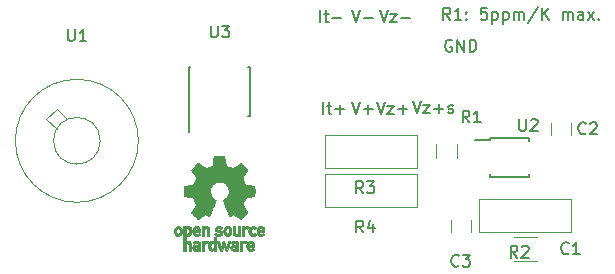
<source format=gbr>
G04 #@! TF.GenerationSoftware,KiCad,Pcbnew,(2017-06-16 revision 2018d4894)-master*
G04 #@! TF.CreationDate,2017-09-28T01:38:46+02:00*
G04 #@! TF.ProjectId,reference_board,7265666572656E63655F626F6172642E,rev?*
G04 #@! TF.SameCoordinates,Original
G04 #@! TF.FileFunction,Legend,Top*
G04 #@! TF.FilePolarity,Positive*
%FSLAX46Y46*%
G04 Gerber Fmt 4.6, Leading zero omitted, Abs format (unit mm)*
G04 Created by KiCad (PCBNEW (2017-06-16 revision 2018d4894)-master) date Thu Sep 28 01:38:46 2017*
%MOMM*%
%LPD*%
G01*
G04 APERTURE LIST*
%ADD10C,0.100000*%
%ADD11C,0.150000*%
%ADD12C,0.010000*%
%ADD13C,0.120000*%
G04 APERTURE END LIST*
D10*
D11*
X178438095Y-91652380D02*
X178771428Y-92652380D01*
X179104761Y-91652380D01*
X179342857Y-91985714D02*
X179866666Y-91985714D01*
X179342857Y-92652380D01*
X179866666Y-92652380D01*
X180247619Y-92271428D02*
X181009523Y-92271428D01*
X180628571Y-92652380D02*
X180628571Y-91890476D01*
X181438095Y-92604761D02*
X181533333Y-92652380D01*
X181723809Y-92652380D01*
X181819047Y-92604761D01*
X181866666Y-92509523D01*
X181866666Y-92461904D01*
X181819047Y-92366666D01*
X181723809Y-92319047D01*
X181580952Y-92319047D01*
X181485714Y-92271428D01*
X181438095Y-92176190D01*
X181438095Y-92128571D01*
X181485714Y-92033333D01*
X181580952Y-91985714D01*
X181723809Y-91985714D01*
X181819047Y-92033333D01*
X181607023Y-84752380D02*
X181273690Y-84276190D01*
X181035595Y-84752380D02*
X181035595Y-83752380D01*
X181416547Y-83752380D01*
X181511785Y-83800000D01*
X181559404Y-83847619D01*
X181607023Y-83942857D01*
X181607023Y-84085714D01*
X181559404Y-84180952D01*
X181511785Y-84228571D01*
X181416547Y-84276190D01*
X181035595Y-84276190D01*
X182559404Y-84752380D02*
X181987976Y-84752380D01*
X182273690Y-84752380D02*
X182273690Y-83752380D01*
X182178452Y-83895238D01*
X182083214Y-83990476D01*
X181987976Y-84038095D01*
X182987976Y-84657142D02*
X183035595Y-84704761D01*
X182987976Y-84752380D01*
X182940357Y-84704761D01*
X182987976Y-84657142D01*
X182987976Y-84752380D01*
X182987976Y-84133333D02*
X183035595Y-84180952D01*
X182987976Y-84228571D01*
X182940357Y-84180952D01*
X182987976Y-84133333D01*
X182987976Y-84228571D01*
X184702261Y-83752380D02*
X184226071Y-83752380D01*
X184178452Y-84228571D01*
X184226071Y-84180952D01*
X184321309Y-84133333D01*
X184559404Y-84133333D01*
X184654642Y-84180952D01*
X184702261Y-84228571D01*
X184749880Y-84323809D01*
X184749880Y-84561904D01*
X184702261Y-84657142D01*
X184654642Y-84704761D01*
X184559404Y-84752380D01*
X184321309Y-84752380D01*
X184226071Y-84704761D01*
X184178452Y-84657142D01*
X185178452Y-84085714D02*
X185178452Y-85085714D01*
X185178452Y-84133333D02*
X185273690Y-84085714D01*
X185464166Y-84085714D01*
X185559404Y-84133333D01*
X185607023Y-84180952D01*
X185654642Y-84276190D01*
X185654642Y-84561904D01*
X185607023Y-84657142D01*
X185559404Y-84704761D01*
X185464166Y-84752380D01*
X185273690Y-84752380D01*
X185178452Y-84704761D01*
X186083214Y-84085714D02*
X186083214Y-85085714D01*
X186083214Y-84133333D02*
X186178452Y-84085714D01*
X186368928Y-84085714D01*
X186464166Y-84133333D01*
X186511785Y-84180952D01*
X186559404Y-84276190D01*
X186559404Y-84561904D01*
X186511785Y-84657142D01*
X186464166Y-84704761D01*
X186368928Y-84752380D01*
X186178452Y-84752380D01*
X186083214Y-84704761D01*
X186987976Y-84752380D02*
X186987976Y-84085714D01*
X186987976Y-84180952D02*
X187035595Y-84133333D01*
X187130833Y-84085714D01*
X187273690Y-84085714D01*
X187368928Y-84133333D01*
X187416547Y-84228571D01*
X187416547Y-84752380D01*
X187416547Y-84228571D02*
X187464166Y-84133333D01*
X187559404Y-84085714D01*
X187702261Y-84085714D01*
X187797500Y-84133333D01*
X187845119Y-84228571D01*
X187845119Y-84752380D01*
X189035595Y-83704761D02*
X188178452Y-84990476D01*
X189368928Y-84752380D02*
X189368928Y-83752380D01*
X189940357Y-84752380D02*
X189511785Y-84180952D01*
X189940357Y-83752380D02*
X189368928Y-84323809D01*
X191130833Y-84752380D02*
X191130833Y-84085714D01*
X191130833Y-84180952D02*
X191178452Y-84133333D01*
X191273690Y-84085714D01*
X191416547Y-84085714D01*
X191511785Y-84133333D01*
X191559404Y-84228571D01*
X191559404Y-84752380D01*
X191559404Y-84228571D02*
X191607023Y-84133333D01*
X191702261Y-84085714D01*
X191845119Y-84085714D01*
X191940357Y-84133333D01*
X191987976Y-84228571D01*
X191987976Y-84752380D01*
X192892738Y-84752380D02*
X192892738Y-84228571D01*
X192845119Y-84133333D01*
X192749880Y-84085714D01*
X192559404Y-84085714D01*
X192464166Y-84133333D01*
X192892738Y-84704761D02*
X192797500Y-84752380D01*
X192559404Y-84752380D01*
X192464166Y-84704761D01*
X192416547Y-84609523D01*
X192416547Y-84514285D01*
X192464166Y-84419047D01*
X192559404Y-84371428D01*
X192797500Y-84371428D01*
X192892738Y-84323809D01*
X193273690Y-84752380D02*
X193797500Y-84085714D01*
X193273690Y-84085714D02*
X193797500Y-84752380D01*
X194178452Y-84657142D02*
X194226071Y-84704761D01*
X194178452Y-84752380D01*
X194130833Y-84704761D01*
X194178452Y-84657142D01*
X194178452Y-84752380D01*
X170845238Y-92702380D02*
X170845238Y-91702380D01*
X171178571Y-92035714D02*
X171559523Y-92035714D01*
X171321428Y-91702380D02*
X171321428Y-92559523D01*
X171369047Y-92654761D01*
X171464285Y-92702380D01*
X171559523Y-92702380D01*
X171892857Y-92321428D02*
X172654761Y-92321428D01*
X172273809Y-92702380D02*
X172273809Y-91940476D01*
X170595238Y-84952380D02*
X170595238Y-83952380D01*
X170928571Y-84285714D02*
X171309523Y-84285714D01*
X171071428Y-83952380D02*
X171071428Y-84809523D01*
X171119047Y-84904761D01*
X171214285Y-84952380D01*
X171309523Y-84952380D01*
X171642857Y-84571428D02*
X172404761Y-84571428D01*
X181738095Y-86500000D02*
X181642857Y-86452380D01*
X181500000Y-86452380D01*
X181357142Y-86500000D01*
X181261904Y-86595238D01*
X181214285Y-86690476D01*
X181166666Y-86880952D01*
X181166666Y-87023809D01*
X181214285Y-87214285D01*
X181261904Y-87309523D01*
X181357142Y-87404761D01*
X181500000Y-87452380D01*
X181595238Y-87452380D01*
X181738095Y-87404761D01*
X181785714Y-87357142D01*
X181785714Y-87023809D01*
X181595238Y-87023809D01*
X182214285Y-87452380D02*
X182214285Y-86452380D01*
X182785714Y-87452380D01*
X182785714Y-86452380D01*
X183261904Y-87452380D02*
X183261904Y-86452380D01*
X183500000Y-86452380D01*
X183642857Y-86500000D01*
X183738095Y-86595238D01*
X183785714Y-86690476D01*
X183833333Y-86880952D01*
X183833333Y-87023809D01*
X183785714Y-87214285D01*
X183738095Y-87309523D01*
X183642857Y-87404761D01*
X183500000Y-87452380D01*
X183261904Y-87452380D01*
X175392857Y-91702380D02*
X175726190Y-92702380D01*
X176059523Y-91702380D01*
X176297619Y-92035714D02*
X176821428Y-92035714D01*
X176297619Y-92702380D01*
X176821428Y-92702380D01*
X177202380Y-92321428D02*
X177964285Y-92321428D01*
X177583333Y-92702380D02*
X177583333Y-91940476D01*
X175642857Y-83952380D02*
X175976190Y-84952380D01*
X176309523Y-83952380D01*
X176547619Y-84285714D02*
X177071428Y-84285714D01*
X176547619Y-84952380D01*
X177071428Y-84952380D01*
X177452380Y-84571428D02*
X178214285Y-84571428D01*
X173297619Y-91702380D02*
X173630952Y-92702380D01*
X173964285Y-91702380D01*
X174297619Y-92321428D02*
X175059523Y-92321428D01*
X174678571Y-92702380D02*
X174678571Y-91940476D01*
X173297619Y-83952380D02*
X173630952Y-84952380D01*
X173964285Y-83952380D01*
X174297619Y-84571428D02*
X175059523Y-84571428D01*
D12*
G36*
X159513360Y-102252468D02*
X159548592Y-102269874D01*
X159592040Y-102300206D01*
X159623706Y-102333283D01*
X159645394Y-102374817D01*
X159658903Y-102430522D01*
X159666038Y-102506111D01*
X159668600Y-102607296D01*
X159668750Y-102650797D01*
X159668312Y-102746135D01*
X159666496Y-102814271D01*
X159662545Y-102861418D01*
X159655702Y-102893790D01*
X159645211Y-102917600D01*
X159634296Y-102933843D01*
X159564619Y-103002952D01*
X159482566Y-103044521D01*
X159394050Y-103057023D01*
X159304981Y-103038934D01*
X159276763Y-103026142D01*
X159209210Y-102990931D01*
X159209210Y-103542700D01*
X159258512Y-103517205D01*
X159323473Y-103497480D01*
X159403320Y-103492427D01*
X159483052Y-103501756D01*
X159543265Y-103522714D01*
X159593208Y-103562627D01*
X159635881Y-103619741D01*
X159639090Y-103625605D01*
X159652622Y-103653227D01*
X159662505Y-103681068D01*
X159669309Y-103714794D01*
X159673601Y-103760071D01*
X159675951Y-103822562D01*
X159676928Y-103907935D01*
X159677105Y-104004010D01*
X159677105Y-104310526D01*
X159493289Y-104310526D01*
X159493289Y-103745339D01*
X159441875Y-103702077D01*
X159388466Y-103667472D01*
X159337888Y-103661180D01*
X159287030Y-103677372D01*
X159259925Y-103693227D01*
X159239751Y-103715810D01*
X159225403Y-103749940D01*
X159215776Y-103800434D01*
X159209763Y-103872111D01*
X159206260Y-103969788D01*
X159205026Y-104034802D01*
X159200855Y-104302171D01*
X159113125Y-104307222D01*
X159025394Y-104312273D01*
X159025394Y-102653101D01*
X159209210Y-102653101D01*
X159213896Y-102745600D01*
X159229688Y-102809809D01*
X159259183Y-102849759D01*
X159304980Y-102869480D01*
X159351250Y-102873421D01*
X159403628Y-102868892D01*
X159438390Y-102851069D01*
X159460128Y-102827519D01*
X159477240Y-102802189D01*
X159487427Y-102773969D01*
X159491960Y-102734431D01*
X159492109Y-102675142D01*
X159490584Y-102625498D01*
X159487081Y-102550710D01*
X159481867Y-102501611D01*
X159473087Y-102470467D01*
X159458886Y-102449545D01*
X159445484Y-102437452D01*
X159389487Y-102411081D01*
X159323211Y-102406822D01*
X159285156Y-102415906D01*
X159247477Y-102448196D01*
X159222519Y-102511006D01*
X159210422Y-102603894D01*
X159209210Y-102653101D01*
X159025394Y-102653101D01*
X159025394Y-102238421D01*
X159117302Y-102238421D01*
X159172483Y-102240603D01*
X159200952Y-102248351D01*
X159209206Y-102263468D01*
X159209210Y-102263916D01*
X159213040Y-102278720D01*
X159229933Y-102277039D01*
X159263519Y-102260772D01*
X159341778Y-102235887D01*
X159429827Y-102233271D01*
X159513360Y-102252468D01*
X159513360Y-102252468D01*
G37*
X159513360Y-102252468D02*
X159548592Y-102269874D01*
X159592040Y-102300206D01*
X159623706Y-102333283D01*
X159645394Y-102374817D01*
X159658903Y-102430522D01*
X159666038Y-102506111D01*
X159668600Y-102607296D01*
X159668750Y-102650797D01*
X159668312Y-102746135D01*
X159666496Y-102814271D01*
X159662545Y-102861418D01*
X159655702Y-102893790D01*
X159645211Y-102917600D01*
X159634296Y-102933843D01*
X159564619Y-103002952D01*
X159482566Y-103044521D01*
X159394050Y-103057023D01*
X159304981Y-103038934D01*
X159276763Y-103026142D01*
X159209210Y-102990931D01*
X159209210Y-103542700D01*
X159258512Y-103517205D01*
X159323473Y-103497480D01*
X159403320Y-103492427D01*
X159483052Y-103501756D01*
X159543265Y-103522714D01*
X159593208Y-103562627D01*
X159635881Y-103619741D01*
X159639090Y-103625605D01*
X159652622Y-103653227D01*
X159662505Y-103681068D01*
X159669309Y-103714794D01*
X159673601Y-103760071D01*
X159675951Y-103822562D01*
X159676928Y-103907935D01*
X159677105Y-104004010D01*
X159677105Y-104310526D01*
X159493289Y-104310526D01*
X159493289Y-103745339D01*
X159441875Y-103702077D01*
X159388466Y-103667472D01*
X159337888Y-103661180D01*
X159287030Y-103677372D01*
X159259925Y-103693227D01*
X159239751Y-103715810D01*
X159225403Y-103749940D01*
X159215776Y-103800434D01*
X159209763Y-103872111D01*
X159206260Y-103969788D01*
X159205026Y-104034802D01*
X159200855Y-104302171D01*
X159113125Y-104307222D01*
X159025394Y-104312273D01*
X159025394Y-102653101D01*
X159209210Y-102653101D01*
X159213896Y-102745600D01*
X159229688Y-102809809D01*
X159259183Y-102849759D01*
X159304980Y-102869480D01*
X159351250Y-102873421D01*
X159403628Y-102868892D01*
X159438390Y-102851069D01*
X159460128Y-102827519D01*
X159477240Y-102802189D01*
X159487427Y-102773969D01*
X159491960Y-102734431D01*
X159492109Y-102675142D01*
X159490584Y-102625498D01*
X159487081Y-102550710D01*
X159481867Y-102501611D01*
X159473087Y-102470467D01*
X159458886Y-102449545D01*
X159445484Y-102437452D01*
X159389487Y-102411081D01*
X159323211Y-102406822D01*
X159285156Y-102415906D01*
X159247477Y-102448196D01*
X159222519Y-102511006D01*
X159210422Y-102603894D01*
X159209210Y-102653101D01*
X159025394Y-102653101D01*
X159025394Y-102238421D01*
X159117302Y-102238421D01*
X159172483Y-102240603D01*
X159200952Y-102248351D01*
X159209206Y-102263468D01*
X159209210Y-102263916D01*
X159213040Y-102278720D01*
X159229933Y-102277039D01*
X159263519Y-102260772D01*
X159341778Y-102235887D01*
X159429827Y-102233271D01*
X159513360Y-102252468D01*
G36*
X160210457Y-103498184D02*
X160289070Y-103519160D01*
X160348916Y-103557180D01*
X160391147Y-103606978D01*
X160404275Y-103628230D01*
X160413968Y-103650492D01*
X160420744Y-103678970D01*
X160425123Y-103718871D01*
X160427624Y-103775401D01*
X160428768Y-103853767D01*
X160429072Y-103959176D01*
X160429078Y-103987142D01*
X160429078Y-104310526D01*
X160348868Y-104310526D01*
X160297706Y-104306943D01*
X160259877Y-104297866D01*
X160250399Y-104292268D01*
X160224488Y-104282606D01*
X160198024Y-104292268D01*
X160154452Y-104304330D01*
X160091160Y-104309185D01*
X160021010Y-104307078D01*
X159956860Y-104298256D01*
X159919407Y-104286937D01*
X159846933Y-104240412D01*
X159801640Y-104175846D01*
X159781278Y-104090000D01*
X159781088Y-104087796D01*
X159782875Y-104049713D01*
X159944473Y-104049713D01*
X159958601Y-104093030D01*
X159981612Y-104117408D01*
X160027804Y-104135845D01*
X160088775Y-104143205D01*
X160150949Y-104139583D01*
X160200751Y-104125074D01*
X160214703Y-104115765D01*
X160239085Y-104072753D01*
X160245263Y-104023857D01*
X160245263Y-103959605D01*
X160152818Y-103959605D01*
X160064995Y-103966366D01*
X159998418Y-103985520D01*
X159957002Y-104015376D01*
X159944473Y-104049713D01*
X159782875Y-104049713D01*
X159785490Y-103994004D01*
X159816424Y-103919847D01*
X159874581Y-103863767D01*
X159882620Y-103858665D01*
X159917163Y-103842055D01*
X159959918Y-103831996D01*
X160019686Y-103827107D01*
X160090690Y-103825983D01*
X160245263Y-103825921D01*
X160245263Y-103761125D01*
X160238706Y-103710850D01*
X160221975Y-103677169D01*
X160220016Y-103675376D01*
X160182783Y-103660642D01*
X160126580Y-103654931D01*
X160064467Y-103657737D01*
X160009510Y-103668556D01*
X159976899Y-103684782D01*
X159959228Y-103697780D01*
X159940569Y-103700262D01*
X159914819Y-103689613D01*
X159875873Y-103663218D01*
X159817630Y-103618465D01*
X159812284Y-103614273D01*
X159815023Y-103598760D01*
X159837876Y-103572960D01*
X159872609Y-103544289D01*
X159910990Y-103520166D01*
X159923048Y-103514470D01*
X159967034Y-103503103D01*
X160031487Y-103494995D01*
X160103497Y-103491743D01*
X160106864Y-103491736D01*
X160210457Y-103498184D01*
X160210457Y-103498184D01*
G37*
X160210457Y-103498184D02*
X160289070Y-103519160D01*
X160348916Y-103557180D01*
X160391147Y-103606978D01*
X160404275Y-103628230D01*
X160413968Y-103650492D01*
X160420744Y-103678970D01*
X160425123Y-103718871D01*
X160427624Y-103775401D01*
X160428768Y-103853767D01*
X160429072Y-103959176D01*
X160429078Y-103987142D01*
X160429078Y-104310526D01*
X160348868Y-104310526D01*
X160297706Y-104306943D01*
X160259877Y-104297866D01*
X160250399Y-104292268D01*
X160224488Y-104282606D01*
X160198024Y-104292268D01*
X160154452Y-104304330D01*
X160091160Y-104309185D01*
X160021010Y-104307078D01*
X159956860Y-104298256D01*
X159919407Y-104286937D01*
X159846933Y-104240412D01*
X159801640Y-104175846D01*
X159781278Y-104090000D01*
X159781088Y-104087796D01*
X159782875Y-104049713D01*
X159944473Y-104049713D01*
X159958601Y-104093030D01*
X159981612Y-104117408D01*
X160027804Y-104135845D01*
X160088775Y-104143205D01*
X160150949Y-104139583D01*
X160200751Y-104125074D01*
X160214703Y-104115765D01*
X160239085Y-104072753D01*
X160245263Y-104023857D01*
X160245263Y-103959605D01*
X160152818Y-103959605D01*
X160064995Y-103966366D01*
X159998418Y-103985520D01*
X159957002Y-104015376D01*
X159944473Y-104049713D01*
X159782875Y-104049713D01*
X159785490Y-103994004D01*
X159816424Y-103919847D01*
X159874581Y-103863767D01*
X159882620Y-103858665D01*
X159917163Y-103842055D01*
X159959918Y-103831996D01*
X160019686Y-103827107D01*
X160090690Y-103825983D01*
X160245263Y-103825921D01*
X160245263Y-103761125D01*
X160238706Y-103710850D01*
X160221975Y-103677169D01*
X160220016Y-103675376D01*
X160182783Y-103660642D01*
X160126580Y-103654931D01*
X160064467Y-103657737D01*
X160009510Y-103668556D01*
X159976899Y-103684782D01*
X159959228Y-103697780D01*
X159940569Y-103700262D01*
X159914819Y-103689613D01*
X159875873Y-103663218D01*
X159817630Y-103618465D01*
X159812284Y-103614273D01*
X159815023Y-103598760D01*
X159837876Y-103572960D01*
X159872609Y-103544289D01*
X159910990Y-103520166D01*
X159923048Y-103514470D01*
X159967034Y-103503103D01*
X160031487Y-103494995D01*
X160103497Y-103491743D01*
X160106864Y-103491736D01*
X160210457Y-103498184D01*
G36*
X160729881Y-103493486D02*
X160754888Y-103500982D01*
X160762950Y-103517451D01*
X160763289Y-103524886D01*
X160764736Y-103545594D01*
X160774698Y-103548845D01*
X160801612Y-103534648D01*
X160817598Y-103524948D01*
X160868033Y-103504175D01*
X160928272Y-103493904D01*
X160991434Y-103493114D01*
X161050637Y-103500786D01*
X161099002Y-103515898D01*
X161129646Y-103537432D01*
X161135689Y-103564366D01*
X161132639Y-103571660D01*
X161110406Y-103601937D01*
X161075930Y-103639175D01*
X161069694Y-103645195D01*
X161036833Y-103672875D01*
X161008480Y-103681818D01*
X160968827Y-103675576D01*
X160952942Y-103671429D01*
X160903509Y-103661467D01*
X160868752Y-103665947D01*
X160839400Y-103681746D01*
X160812513Y-103702949D01*
X160792710Y-103729614D01*
X160778948Y-103766827D01*
X160770184Y-103819673D01*
X160765374Y-103893237D01*
X160763474Y-103992605D01*
X160763289Y-104052601D01*
X160763289Y-104310526D01*
X160596184Y-104310526D01*
X160596184Y-103491710D01*
X160679736Y-103491710D01*
X160729881Y-103493486D01*
X160729881Y-103493486D01*
G37*
X160729881Y-103493486D02*
X160754888Y-103500982D01*
X160762950Y-103517451D01*
X160763289Y-103524886D01*
X160764736Y-103545594D01*
X160774698Y-103548845D01*
X160801612Y-103534648D01*
X160817598Y-103524948D01*
X160868033Y-103504175D01*
X160928272Y-103493904D01*
X160991434Y-103493114D01*
X161050637Y-103500786D01*
X161099002Y-103515898D01*
X161129646Y-103537432D01*
X161135689Y-103564366D01*
X161132639Y-103571660D01*
X161110406Y-103601937D01*
X161075930Y-103639175D01*
X161069694Y-103645195D01*
X161036833Y-103672875D01*
X161008480Y-103681818D01*
X160968827Y-103675576D01*
X160952942Y-103671429D01*
X160903509Y-103661467D01*
X160868752Y-103665947D01*
X160839400Y-103681746D01*
X160812513Y-103702949D01*
X160792710Y-103729614D01*
X160778948Y-103766827D01*
X160770184Y-103819673D01*
X160765374Y-103893237D01*
X160763474Y-103992605D01*
X160763289Y-104052601D01*
X160763289Y-104310526D01*
X160596184Y-104310526D01*
X160596184Y-103491710D01*
X160679736Y-103491710D01*
X160729881Y-103493486D01*
G36*
X161782631Y-104310526D02*
X161690723Y-104310526D01*
X161637377Y-104308962D01*
X161609593Y-104302485D01*
X161599590Y-104288418D01*
X161598815Y-104278906D01*
X161597128Y-104259832D01*
X161586490Y-104256174D01*
X161558535Y-104267932D01*
X161536795Y-104278906D01*
X161453332Y-104304911D01*
X161362604Y-104306416D01*
X161288842Y-104287021D01*
X161220154Y-104240165D01*
X161167794Y-104171004D01*
X161139122Y-104089427D01*
X161138392Y-104084866D01*
X161134132Y-104035101D01*
X161132014Y-103963659D01*
X161132184Y-103909626D01*
X161314720Y-103909626D01*
X161318949Y-103981441D01*
X161328568Y-104040634D01*
X161341590Y-104074060D01*
X161390856Y-104119740D01*
X161449350Y-104136115D01*
X161509671Y-104122873D01*
X161561217Y-104083373D01*
X161580738Y-104056807D01*
X161592152Y-104025106D01*
X161597498Y-103978832D01*
X161598815Y-103909328D01*
X161596458Y-103840499D01*
X161590233Y-103780026D01*
X161581408Y-103739556D01*
X161579937Y-103735929D01*
X161544347Y-103692802D01*
X161492400Y-103669124D01*
X161434278Y-103665301D01*
X161380160Y-103681738D01*
X161340226Y-103718840D01*
X161336083Y-103726222D01*
X161323116Y-103771239D01*
X161316052Y-103835967D01*
X161314720Y-103909626D01*
X161132184Y-103909626D01*
X161132271Y-103882230D01*
X161133472Y-103838405D01*
X161141645Y-103729988D01*
X161158630Y-103648588D01*
X161186887Y-103588412D01*
X161228872Y-103543666D01*
X161269632Y-103517400D01*
X161326581Y-103498935D01*
X161397411Y-103492602D01*
X161469941Y-103497760D01*
X161531986Y-103513769D01*
X161564768Y-103532920D01*
X161598815Y-103563732D01*
X161598815Y-103174210D01*
X161782631Y-103174210D01*
X161782631Y-104310526D01*
X161782631Y-104310526D01*
G37*
X161782631Y-104310526D02*
X161690723Y-104310526D01*
X161637377Y-104308962D01*
X161609593Y-104302485D01*
X161599590Y-104288418D01*
X161598815Y-104278906D01*
X161597128Y-104259832D01*
X161586490Y-104256174D01*
X161558535Y-104267932D01*
X161536795Y-104278906D01*
X161453332Y-104304911D01*
X161362604Y-104306416D01*
X161288842Y-104287021D01*
X161220154Y-104240165D01*
X161167794Y-104171004D01*
X161139122Y-104089427D01*
X161138392Y-104084866D01*
X161134132Y-104035101D01*
X161132014Y-103963659D01*
X161132184Y-103909626D01*
X161314720Y-103909626D01*
X161318949Y-103981441D01*
X161328568Y-104040634D01*
X161341590Y-104074060D01*
X161390856Y-104119740D01*
X161449350Y-104136115D01*
X161509671Y-104122873D01*
X161561217Y-104083373D01*
X161580738Y-104056807D01*
X161592152Y-104025106D01*
X161597498Y-103978832D01*
X161598815Y-103909328D01*
X161596458Y-103840499D01*
X161590233Y-103780026D01*
X161581408Y-103739556D01*
X161579937Y-103735929D01*
X161544347Y-103692802D01*
X161492400Y-103669124D01*
X161434278Y-103665301D01*
X161380160Y-103681738D01*
X161340226Y-103718840D01*
X161336083Y-103726222D01*
X161323116Y-103771239D01*
X161316052Y-103835967D01*
X161314720Y-103909626D01*
X161132184Y-103909626D01*
X161132271Y-103882230D01*
X161133472Y-103838405D01*
X161141645Y-103729988D01*
X161158630Y-103648588D01*
X161186887Y-103588412D01*
X161228872Y-103543666D01*
X161269632Y-103517400D01*
X161326581Y-103498935D01*
X161397411Y-103492602D01*
X161469941Y-103497760D01*
X161531986Y-103513769D01*
X161564768Y-103532920D01*
X161598815Y-103563732D01*
X161598815Y-103174210D01*
X161782631Y-103174210D01*
X161782631Y-104310526D01*
G36*
X162424130Y-103495104D02*
X162490220Y-103500066D01*
X162576626Y-103759079D01*
X162663031Y-104018092D01*
X162690124Y-103926184D01*
X162706428Y-103869384D01*
X162727875Y-103792625D01*
X162751035Y-103708251D01*
X162763280Y-103662993D01*
X162809344Y-103491710D01*
X162999387Y-103491710D01*
X162942582Y-103671349D01*
X162914607Y-103759704D01*
X162880813Y-103866281D01*
X162845520Y-103977454D01*
X162814013Y-104076579D01*
X162742250Y-104302171D01*
X162587286Y-104312253D01*
X162545270Y-104173528D01*
X162519359Y-104087351D01*
X162491083Y-103992347D01*
X162466369Y-103908441D01*
X162465394Y-103905102D01*
X162446935Y-103848248D01*
X162430649Y-103809456D01*
X162419242Y-103794787D01*
X162416898Y-103796483D01*
X162408671Y-103819225D01*
X162393038Y-103867940D01*
X162371904Y-103936502D01*
X162347170Y-104018785D01*
X162333787Y-104064046D01*
X162261311Y-104310526D01*
X162107495Y-104310526D01*
X161984531Y-103922006D01*
X161949988Y-103813022D01*
X161918521Y-103714048D01*
X161891616Y-103629736D01*
X161870759Y-103564734D01*
X161857438Y-103523692D01*
X161853388Y-103511701D01*
X161856594Y-103499423D01*
X161881765Y-103494046D01*
X161934146Y-103494584D01*
X161942345Y-103494990D01*
X162039482Y-103500066D01*
X162103100Y-103734013D01*
X162126484Y-103819333D01*
X162147381Y-103894335D01*
X162163951Y-103952507D01*
X162174354Y-103987337D01*
X162176276Y-103993016D01*
X162184241Y-103986486D01*
X162200304Y-103952654D01*
X162222621Y-103896127D01*
X162249345Y-103821510D01*
X162271937Y-103754107D01*
X162358041Y-103490143D01*
X162424130Y-103495104D01*
X162424130Y-103495104D01*
G37*
X162424130Y-103495104D02*
X162490220Y-103500066D01*
X162576626Y-103759079D01*
X162663031Y-104018092D01*
X162690124Y-103926184D01*
X162706428Y-103869384D01*
X162727875Y-103792625D01*
X162751035Y-103708251D01*
X162763280Y-103662993D01*
X162809344Y-103491710D01*
X162999387Y-103491710D01*
X162942582Y-103671349D01*
X162914607Y-103759704D01*
X162880813Y-103866281D01*
X162845520Y-103977454D01*
X162814013Y-104076579D01*
X162742250Y-104302171D01*
X162587286Y-104312253D01*
X162545270Y-104173528D01*
X162519359Y-104087351D01*
X162491083Y-103992347D01*
X162466369Y-103908441D01*
X162465394Y-103905102D01*
X162446935Y-103848248D01*
X162430649Y-103809456D01*
X162419242Y-103794787D01*
X162416898Y-103796483D01*
X162408671Y-103819225D01*
X162393038Y-103867940D01*
X162371904Y-103936502D01*
X162347170Y-104018785D01*
X162333787Y-104064046D01*
X162261311Y-104310526D01*
X162107495Y-104310526D01*
X161984531Y-103922006D01*
X161949988Y-103813022D01*
X161918521Y-103714048D01*
X161891616Y-103629736D01*
X161870759Y-103564734D01*
X161857438Y-103523692D01*
X161853388Y-103511701D01*
X161856594Y-103499423D01*
X161881765Y-103494046D01*
X161934146Y-103494584D01*
X161942345Y-103494990D01*
X162039482Y-103500066D01*
X162103100Y-103734013D01*
X162126484Y-103819333D01*
X162147381Y-103894335D01*
X162163951Y-103952507D01*
X162174354Y-103987337D01*
X162176276Y-103993016D01*
X162184241Y-103986486D01*
X162200304Y-103952654D01*
X162222621Y-103896127D01*
X162249345Y-103821510D01*
X162271937Y-103754107D01*
X162358041Y-103490143D01*
X162424130Y-103495104D01*
G36*
X163429992Y-103496673D02*
X163500427Y-103513780D01*
X163520787Y-103522844D01*
X163560253Y-103546583D01*
X163590541Y-103573321D01*
X163612952Y-103607699D01*
X163628786Y-103654360D01*
X163639343Y-103717946D01*
X163645924Y-103803099D01*
X163649828Y-103914462D01*
X163651310Y-103988849D01*
X163656765Y-104310526D01*
X163563580Y-104310526D01*
X163507047Y-104308156D01*
X163477922Y-104300055D01*
X163470394Y-104286451D01*
X163466420Y-104271741D01*
X163448652Y-104274554D01*
X163424440Y-104286348D01*
X163363828Y-104304427D01*
X163285929Y-104309299D01*
X163203995Y-104301330D01*
X163131281Y-104280889D01*
X163124759Y-104278051D01*
X163058302Y-104231365D01*
X163014491Y-104166464D01*
X162994332Y-104090600D01*
X162995872Y-104063344D01*
X163160345Y-104063344D01*
X163174837Y-104100024D01*
X163217805Y-104126309D01*
X163287129Y-104140417D01*
X163324177Y-104142290D01*
X163385919Y-104137494D01*
X163426960Y-104118858D01*
X163436973Y-104110000D01*
X163464100Y-104061806D01*
X163470394Y-104018092D01*
X163470394Y-103959605D01*
X163388930Y-103959605D01*
X163294234Y-103964432D01*
X163227813Y-103979613D01*
X163185846Y-104006200D01*
X163176449Y-104018052D01*
X163160345Y-104063344D01*
X162995872Y-104063344D01*
X162998829Y-104011026D01*
X163028985Y-103934995D01*
X163070131Y-103883612D01*
X163095052Y-103861397D01*
X163119448Y-103846798D01*
X163151191Y-103837897D01*
X163198152Y-103832775D01*
X163268204Y-103829515D01*
X163295990Y-103828577D01*
X163470394Y-103822879D01*
X163470138Y-103770091D01*
X163463384Y-103714603D01*
X163438964Y-103681052D01*
X163389630Y-103659618D01*
X163388306Y-103659236D01*
X163318360Y-103650808D01*
X163249914Y-103661816D01*
X163199047Y-103688585D01*
X163178637Y-103701803D01*
X163156654Y-103699974D01*
X163122826Y-103680824D01*
X163102961Y-103667308D01*
X163064106Y-103638432D01*
X163040038Y-103616786D01*
X163036176Y-103610589D01*
X163052079Y-103578519D01*
X163099065Y-103540219D01*
X163119473Y-103527297D01*
X163178143Y-103505041D01*
X163257212Y-103492432D01*
X163345041Y-103489600D01*
X163429992Y-103496673D01*
X163429992Y-103496673D01*
G37*
X163429992Y-103496673D02*
X163500427Y-103513780D01*
X163520787Y-103522844D01*
X163560253Y-103546583D01*
X163590541Y-103573321D01*
X163612952Y-103607699D01*
X163628786Y-103654360D01*
X163639343Y-103717946D01*
X163645924Y-103803099D01*
X163649828Y-103914462D01*
X163651310Y-103988849D01*
X163656765Y-104310526D01*
X163563580Y-104310526D01*
X163507047Y-104308156D01*
X163477922Y-104300055D01*
X163470394Y-104286451D01*
X163466420Y-104271741D01*
X163448652Y-104274554D01*
X163424440Y-104286348D01*
X163363828Y-104304427D01*
X163285929Y-104309299D01*
X163203995Y-104301330D01*
X163131281Y-104280889D01*
X163124759Y-104278051D01*
X163058302Y-104231365D01*
X163014491Y-104166464D01*
X162994332Y-104090600D01*
X162995872Y-104063344D01*
X163160345Y-104063344D01*
X163174837Y-104100024D01*
X163217805Y-104126309D01*
X163287129Y-104140417D01*
X163324177Y-104142290D01*
X163385919Y-104137494D01*
X163426960Y-104118858D01*
X163436973Y-104110000D01*
X163464100Y-104061806D01*
X163470394Y-104018092D01*
X163470394Y-103959605D01*
X163388930Y-103959605D01*
X163294234Y-103964432D01*
X163227813Y-103979613D01*
X163185846Y-104006200D01*
X163176449Y-104018052D01*
X163160345Y-104063344D01*
X162995872Y-104063344D01*
X162998829Y-104011026D01*
X163028985Y-103934995D01*
X163070131Y-103883612D01*
X163095052Y-103861397D01*
X163119448Y-103846798D01*
X163151191Y-103837897D01*
X163198152Y-103832775D01*
X163268204Y-103829515D01*
X163295990Y-103828577D01*
X163470394Y-103822879D01*
X163470138Y-103770091D01*
X163463384Y-103714603D01*
X163438964Y-103681052D01*
X163389630Y-103659618D01*
X163388306Y-103659236D01*
X163318360Y-103650808D01*
X163249914Y-103661816D01*
X163199047Y-103688585D01*
X163178637Y-103701803D01*
X163156654Y-103699974D01*
X163122826Y-103680824D01*
X163102961Y-103667308D01*
X163064106Y-103638432D01*
X163040038Y-103616786D01*
X163036176Y-103610589D01*
X163052079Y-103578519D01*
X163099065Y-103540219D01*
X163119473Y-103527297D01*
X163178143Y-103505041D01*
X163257212Y-103492432D01*
X163345041Y-103489600D01*
X163429992Y-103496673D01*
G36*
X164223167Y-103491447D02*
X164287408Y-103504112D01*
X164323980Y-103522864D01*
X164362453Y-103554017D01*
X164307717Y-103623127D01*
X164273969Y-103664979D01*
X164251053Y-103685398D01*
X164228279Y-103688517D01*
X164194956Y-103678472D01*
X164179314Y-103672789D01*
X164115542Y-103664404D01*
X164057140Y-103682378D01*
X164014264Y-103722982D01*
X164007299Y-103735929D01*
X163999713Y-103770224D01*
X163993859Y-103833427D01*
X163990011Y-103921060D01*
X163988443Y-104028640D01*
X163988421Y-104043944D01*
X163988421Y-104310526D01*
X163804605Y-104310526D01*
X163804605Y-103491710D01*
X163896513Y-103491710D01*
X163949507Y-103493094D01*
X163977115Y-103499252D01*
X163987324Y-103513194D01*
X163988421Y-103526344D01*
X163988421Y-103560978D01*
X164032450Y-103526344D01*
X164082937Y-103502716D01*
X164150760Y-103491033D01*
X164223167Y-103491447D01*
X164223167Y-103491447D01*
G37*
X164223167Y-103491447D02*
X164287408Y-103504112D01*
X164323980Y-103522864D01*
X164362453Y-103554017D01*
X164307717Y-103623127D01*
X164273969Y-103664979D01*
X164251053Y-103685398D01*
X164228279Y-103688517D01*
X164194956Y-103678472D01*
X164179314Y-103672789D01*
X164115542Y-103664404D01*
X164057140Y-103682378D01*
X164014264Y-103722982D01*
X164007299Y-103735929D01*
X163999713Y-103770224D01*
X163993859Y-103833427D01*
X163990011Y-103921060D01*
X163988443Y-104028640D01*
X163988421Y-104043944D01*
X163988421Y-104310526D01*
X163804605Y-104310526D01*
X163804605Y-103491710D01*
X163896513Y-103491710D01*
X163949507Y-103493094D01*
X163977115Y-103499252D01*
X163987324Y-103513194D01*
X163988421Y-103526344D01*
X163988421Y-103560978D01*
X164032450Y-103526344D01*
X164082937Y-103502716D01*
X164150760Y-103491033D01*
X164223167Y-103491447D01*
G36*
X164751193Y-103496078D02*
X164831068Y-103516845D01*
X164897962Y-103559705D01*
X164930351Y-103591723D01*
X164983445Y-103667413D01*
X165013873Y-103755216D01*
X165024327Y-103863150D01*
X165024380Y-103871875D01*
X165024473Y-103959605D01*
X164519534Y-103959605D01*
X164530298Y-104005559D01*
X164549732Y-104047178D01*
X164583745Y-104090544D01*
X164590860Y-104097467D01*
X164652003Y-104134935D01*
X164721729Y-104141289D01*
X164801987Y-104116638D01*
X164815592Y-104110000D01*
X164857319Y-104089819D01*
X164885268Y-104078321D01*
X164890145Y-104077258D01*
X164907168Y-104087583D01*
X164939633Y-104112845D01*
X164956114Y-104126650D01*
X164990264Y-104158361D01*
X165001478Y-104179299D01*
X164993695Y-104198560D01*
X164989535Y-104203827D01*
X164961357Y-104226878D01*
X164914862Y-104254892D01*
X164882434Y-104271246D01*
X164790385Y-104300059D01*
X164688476Y-104309395D01*
X164591963Y-104298332D01*
X164564934Y-104290412D01*
X164481276Y-104245581D01*
X164419266Y-104176598D01*
X164378545Y-104082794D01*
X164358755Y-103963498D01*
X164356582Y-103901118D01*
X164362926Y-103810298D01*
X164523157Y-103810298D01*
X164538655Y-103817012D01*
X164580312Y-103822280D01*
X164640876Y-103825389D01*
X164681907Y-103825921D01*
X164755711Y-103825408D01*
X164802293Y-103823006D01*
X164827848Y-103817422D01*
X164838569Y-103807361D01*
X164840657Y-103792763D01*
X164826331Y-103747796D01*
X164790262Y-103703353D01*
X164742815Y-103669242D01*
X164695349Y-103655288D01*
X164630879Y-103667666D01*
X164575070Y-103703452D01*
X164536374Y-103755033D01*
X164523157Y-103810298D01*
X164362926Y-103810298D01*
X164365821Y-103768866D01*
X164394336Y-103663498D01*
X164442729Y-103584178D01*
X164511604Y-103530071D01*
X164601565Y-103500343D01*
X164650300Y-103494618D01*
X164751193Y-103496078D01*
X164751193Y-103496078D01*
G37*
X164751193Y-103496078D02*
X164831068Y-103516845D01*
X164897962Y-103559705D01*
X164930351Y-103591723D01*
X164983445Y-103667413D01*
X165013873Y-103755216D01*
X165024327Y-103863150D01*
X165024380Y-103871875D01*
X165024473Y-103959605D01*
X164519534Y-103959605D01*
X164530298Y-104005559D01*
X164549732Y-104047178D01*
X164583745Y-104090544D01*
X164590860Y-104097467D01*
X164652003Y-104134935D01*
X164721729Y-104141289D01*
X164801987Y-104116638D01*
X164815592Y-104110000D01*
X164857319Y-104089819D01*
X164885268Y-104078321D01*
X164890145Y-104077258D01*
X164907168Y-104087583D01*
X164939633Y-104112845D01*
X164956114Y-104126650D01*
X164990264Y-104158361D01*
X165001478Y-104179299D01*
X164993695Y-104198560D01*
X164989535Y-104203827D01*
X164961357Y-104226878D01*
X164914862Y-104254892D01*
X164882434Y-104271246D01*
X164790385Y-104300059D01*
X164688476Y-104309395D01*
X164591963Y-104298332D01*
X164564934Y-104290412D01*
X164481276Y-104245581D01*
X164419266Y-104176598D01*
X164378545Y-104082794D01*
X164358755Y-103963498D01*
X164356582Y-103901118D01*
X164362926Y-103810298D01*
X164523157Y-103810298D01*
X164538655Y-103817012D01*
X164580312Y-103822280D01*
X164640876Y-103825389D01*
X164681907Y-103825921D01*
X164755711Y-103825408D01*
X164802293Y-103823006D01*
X164827848Y-103817422D01*
X164838569Y-103807361D01*
X164840657Y-103792763D01*
X164826331Y-103747796D01*
X164790262Y-103703353D01*
X164742815Y-103669242D01*
X164695349Y-103655288D01*
X164630879Y-103667666D01*
X164575070Y-103703452D01*
X164536374Y-103755033D01*
X164523157Y-103810298D01*
X164362926Y-103810298D01*
X164365821Y-103768866D01*
X164394336Y-103663498D01*
X164442729Y-103584178D01*
X164511604Y-103530071D01*
X164601565Y-103500343D01*
X164650300Y-103494618D01*
X164751193Y-103496078D01*
G36*
X158676784Y-102247104D02*
X158764205Y-102285754D01*
X158830570Y-102350290D01*
X158875976Y-102440812D01*
X158900518Y-102557418D01*
X158902277Y-102575624D01*
X158903656Y-102703984D01*
X158885784Y-102816496D01*
X158849750Y-102907688D01*
X158830455Y-102937022D01*
X158763245Y-102999106D01*
X158677650Y-103039316D01*
X158581890Y-103056003D01*
X158484187Y-103047517D01*
X158409917Y-103021380D01*
X158346047Y-102977335D01*
X158293846Y-102919587D01*
X158292943Y-102918236D01*
X158271744Y-102882593D01*
X158257967Y-102846752D01*
X158249624Y-102801519D01*
X158244727Y-102737701D01*
X158242569Y-102685368D01*
X158241671Y-102637910D01*
X158408743Y-102637910D01*
X158410376Y-102685154D01*
X158416304Y-102748046D01*
X158426761Y-102788407D01*
X158445619Y-102817122D01*
X158463281Y-102833896D01*
X158525894Y-102869016D01*
X158591408Y-102873710D01*
X158652421Y-102848440D01*
X158682928Y-102820124D01*
X158704911Y-102791589D01*
X158717769Y-102764284D01*
X158723412Y-102728750D01*
X158723751Y-102675524D01*
X158722012Y-102626506D01*
X158718271Y-102556482D01*
X158712341Y-102511064D01*
X158701653Y-102481440D01*
X158683639Y-102458797D01*
X158669363Y-102445855D01*
X158609651Y-102411860D01*
X158545234Y-102410165D01*
X158491219Y-102430301D01*
X158445140Y-102472352D01*
X158417689Y-102541428D01*
X158408743Y-102637910D01*
X158241671Y-102637910D01*
X158240599Y-102581299D01*
X158243964Y-102503468D01*
X158254045Y-102444930D01*
X158272226Y-102398737D01*
X158299890Y-102357942D01*
X158310146Y-102345828D01*
X158374278Y-102285474D01*
X158443066Y-102250220D01*
X158527189Y-102235450D01*
X158568209Y-102234243D01*
X158676784Y-102247104D01*
X158676784Y-102247104D01*
G37*
X158676784Y-102247104D02*
X158764205Y-102285754D01*
X158830570Y-102350290D01*
X158875976Y-102440812D01*
X158900518Y-102557418D01*
X158902277Y-102575624D01*
X158903656Y-102703984D01*
X158885784Y-102816496D01*
X158849750Y-102907688D01*
X158830455Y-102937022D01*
X158763245Y-102999106D01*
X158677650Y-103039316D01*
X158581890Y-103056003D01*
X158484187Y-103047517D01*
X158409917Y-103021380D01*
X158346047Y-102977335D01*
X158293846Y-102919587D01*
X158292943Y-102918236D01*
X158271744Y-102882593D01*
X158257967Y-102846752D01*
X158249624Y-102801519D01*
X158244727Y-102737701D01*
X158242569Y-102685368D01*
X158241671Y-102637910D01*
X158408743Y-102637910D01*
X158410376Y-102685154D01*
X158416304Y-102748046D01*
X158426761Y-102788407D01*
X158445619Y-102817122D01*
X158463281Y-102833896D01*
X158525894Y-102869016D01*
X158591408Y-102873710D01*
X158652421Y-102848440D01*
X158682928Y-102820124D01*
X158704911Y-102791589D01*
X158717769Y-102764284D01*
X158723412Y-102728750D01*
X158723751Y-102675524D01*
X158722012Y-102626506D01*
X158718271Y-102556482D01*
X158712341Y-102511064D01*
X158701653Y-102481440D01*
X158683639Y-102458797D01*
X158669363Y-102445855D01*
X158609651Y-102411860D01*
X158545234Y-102410165D01*
X158491219Y-102430301D01*
X158445140Y-102472352D01*
X158417689Y-102541428D01*
X158408743Y-102637910D01*
X158241671Y-102637910D01*
X158240599Y-102581299D01*
X158243964Y-102503468D01*
X158254045Y-102444930D01*
X158272226Y-102398737D01*
X158299890Y-102357942D01*
X158310146Y-102345828D01*
X158374278Y-102285474D01*
X158443066Y-102250220D01*
X158527189Y-102235450D01*
X158568209Y-102234243D01*
X158676784Y-102247104D01*
G36*
X160247018Y-102257027D02*
X160263670Y-102264866D01*
X160321305Y-102307086D01*
X160375805Y-102368700D01*
X160416499Y-102436543D01*
X160428074Y-102467734D01*
X160438634Y-102523449D01*
X160444931Y-102590781D01*
X160445696Y-102618585D01*
X160445789Y-102706316D01*
X159940850Y-102706316D01*
X159951613Y-102752270D01*
X159978033Y-102806620D01*
X160024222Y-102853591D01*
X160079172Y-102883848D01*
X160114189Y-102890131D01*
X160161677Y-102882506D01*
X160218335Y-102863383D01*
X160237582Y-102854584D01*
X160308759Y-102819036D01*
X160369502Y-102865367D01*
X160404552Y-102896703D01*
X160423202Y-102922567D01*
X160424147Y-102930158D01*
X160407485Y-102948556D01*
X160370970Y-102976515D01*
X160337828Y-102998327D01*
X160248393Y-103037537D01*
X160148129Y-103055285D01*
X160048754Y-103050670D01*
X159969539Y-103026551D01*
X159887880Y-102974884D01*
X159829849Y-102906856D01*
X159793546Y-102818843D01*
X159777072Y-102707216D01*
X159775611Y-102656138D01*
X159781457Y-102539091D01*
X159782175Y-102535686D01*
X159949489Y-102535686D01*
X159954097Y-102546662D01*
X159973036Y-102552715D01*
X160012098Y-102555310D01*
X160077077Y-102555910D01*
X160102097Y-102555921D01*
X160178221Y-102555014D01*
X160226496Y-102551720D01*
X160252460Y-102545181D01*
X160261648Y-102534537D01*
X160261973Y-102531119D01*
X160251487Y-102503956D01*
X160225242Y-102465903D01*
X160213959Y-102452579D01*
X160172072Y-102414896D01*
X160128409Y-102400080D01*
X160104885Y-102398842D01*
X160041243Y-102414329D01*
X159987873Y-102455930D01*
X159954019Y-102516353D01*
X159953419Y-102518322D01*
X159949489Y-102535686D01*
X159782175Y-102535686D01*
X159800899Y-102446928D01*
X159835922Y-102373190D01*
X159878756Y-102320848D01*
X159957948Y-102264092D01*
X160051040Y-102233762D01*
X160150055Y-102231021D01*
X160247018Y-102257027D01*
X160247018Y-102257027D01*
G37*
X160247018Y-102257027D02*
X160263670Y-102264866D01*
X160321305Y-102307086D01*
X160375805Y-102368700D01*
X160416499Y-102436543D01*
X160428074Y-102467734D01*
X160438634Y-102523449D01*
X160444931Y-102590781D01*
X160445696Y-102618585D01*
X160445789Y-102706316D01*
X159940850Y-102706316D01*
X159951613Y-102752270D01*
X159978033Y-102806620D01*
X160024222Y-102853591D01*
X160079172Y-102883848D01*
X160114189Y-102890131D01*
X160161677Y-102882506D01*
X160218335Y-102863383D01*
X160237582Y-102854584D01*
X160308759Y-102819036D01*
X160369502Y-102865367D01*
X160404552Y-102896703D01*
X160423202Y-102922567D01*
X160424147Y-102930158D01*
X160407485Y-102948556D01*
X160370970Y-102976515D01*
X160337828Y-102998327D01*
X160248393Y-103037537D01*
X160148129Y-103055285D01*
X160048754Y-103050670D01*
X159969539Y-103026551D01*
X159887880Y-102974884D01*
X159829849Y-102906856D01*
X159793546Y-102818843D01*
X159777072Y-102707216D01*
X159775611Y-102656138D01*
X159781457Y-102539091D01*
X159782175Y-102535686D01*
X159949489Y-102535686D01*
X159954097Y-102546662D01*
X159973036Y-102552715D01*
X160012098Y-102555310D01*
X160077077Y-102555910D01*
X160102097Y-102555921D01*
X160178221Y-102555014D01*
X160226496Y-102551720D01*
X160252460Y-102545181D01*
X160261648Y-102534537D01*
X160261973Y-102531119D01*
X160251487Y-102503956D01*
X160225242Y-102465903D01*
X160213959Y-102452579D01*
X160172072Y-102414896D01*
X160128409Y-102400080D01*
X160104885Y-102398842D01*
X160041243Y-102414329D01*
X159987873Y-102455930D01*
X159954019Y-102516353D01*
X159953419Y-102518322D01*
X159949489Y-102535686D01*
X159782175Y-102535686D01*
X159800899Y-102446928D01*
X159835922Y-102373190D01*
X159878756Y-102320848D01*
X159957948Y-102264092D01*
X160051040Y-102233762D01*
X160150055Y-102231021D01*
X160247018Y-102257027D01*
G36*
X162068628Y-102235547D02*
X162131908Y-102247548D01*
X162197557Y-102272648D01*
X162204572Y-102275848D01*
X162254356Y-102302026D01*
X162288834Y-102326353D01*
X162299978Y-102341937D01*
X162289366Y-102367353D01*
X162263588Y-102404853D01*
X162252146Y-102418852D01*
X162204992Y-102473954D01*
X162144201Y-102438086D01*
X162086347Y-102414192D01*
X162019500Y-102401420D01*
X161955394Y-102400613D01*
X161905764Y-102412615D01*
X161893854Y-102420105D01*
X161871172Y-102454450D01*
X161868416Y-102494013D01*
X161885388Y-102524920D01*
X161895427Y-102530913D01*
X161925510Y-102538357D01*
X161978389Y-102547106D01*
X162043575Y-102555467D01*
X162055600Y-102556778D01*
X162160297Y-102574888D01*
X162236232Y-102605651D01*
X162286592Y-102651907D01*
X162314564Y-102716497D01*
X162323278Y-102795387D01*
X162311240Y-102885065D01*
X162272151Y-102955486D01*
X162205855Y-103006777D01*
X162112194Y-103039067D01*
X162008223Y-103051807D01*
X161923438Y-103051654D01*
X161854665Y-103040083D01*
X161807697Y-103024109D01*
X161748350Y-102996275D01*
X161693506Y-102963973D01*
X161674013Y-102949755D01*
X161623881Y-102908835D01*
X161744803Y-102786477D01*
X161813543Y-102831967D01*
X161882488Y-102866133D01*
X161956111Y-102884004D01*
X162026883Y-102885889D01*
X162087274Y-102872101D01*
X162129757Y-102842949D01*
X162143474Y-102818352D01*
X162141417Y-102778904D01*
X162107330Y-102748737D01*
X162041308Y-102727906D01*
X161968974Y-102718279D01*
X161857652Y-102699910D01*
X161774952Y-102665254D01*
X161719765Y-102613297D01*
X161690988Y-102543023D01*
X161687001Y-102459707D01*
X161706693Y-102372681D01*
X161751589Y-102306902D01*
X161822091Y-102262068D01*
X161918601Y-102237879D01*
X161990100Y-102233137D01*
X162068628Y-102235547D01*
X162068628Y-102235547D01*
G37*
X162068628Y-102235547D02*
X162131908Y-102247548D01*
X162197557Y-102272648D01*
X162204572Y-102275848D01*
X162254356Y-102302026D01*
X162288834Y-102326353D01*
X162299978Y-102341937D01*
X162289366Y-102367353D01*
X162263588Y-102404853D01*
X162252146Y-102418852D01*
X162204992Y-102473954D01*
X162144201Y-102438086D01*
X162086347Y-102414192D01*
X162019500Y-102401420D01*
X161955394Y-102400613D01*
X161905764Y-102412615D01*
X161893854Y-102420105D01*
X161871172Y-102454450D01*
X161868416Y-102494013D01*
X161885388Y-102524920D01*
X161895427Y-102530913D01*
X161925510Y-102538357D01*
X161978389Y-102547106D01*
X162043575Y-102555467D01*
X162055600Y-102556778D01*
X162160297Y-102574888D01*
X162236232Y-102605651D01*
X162286592Y-102651907D01*
X162314564Y-102716497D01*
X162323278Y-102795387D01*
X162311240Y-102885065D01*
X162272151Y-102955486D01*
X162205855Y-103006777D01*
X162112194Y-103039067D01*
X162008223Y-103051807D01*
X161923438Y-103051654D01*
X161854665Y-103040083D01*
X161807697Y-103024109D01*
X161748350Y-102996275D01*
X161693506Y-102963973D01*
X161674013Y-102949755D01*
X161623881Y-102908835D01*
X161744803Y-102786477D01*
X161813543Y-102831967D01*
X161882488Y-102866133D01*
X161956111Y-102884004D01*
X162026883Y-102885889D01*
X162087274Y-102872101D01*
X162129757Y-102842949D01*
X162143474Y-102818352D01*
X162141417Y-102778904D01*
X162107330Y-102748737D01*
X162041308Y-102727906D01*
X161968974Y-102718279D01*
X161857652Y-102699910D01*
X161774952Y-102665254D01*
X161719765Y-102613297D01*
X161690988Y-102543023D01*
X161687001Y-102459707D01*
X161706693Y-102372681D01*
X161751589Y-102306902D01*
X161822091Y-102262068D01*
X161918601Y-102237879D01*
X161990100Y-102233137D01*
X162068628Y-102235547D01*
G36*
X162861669Y-102248310D02*
X162946192Y-102294340D01*
X163012321Y-102367006D01*
X163043478Y-102426106D01*
X163056855Y-102478305D01*
X163065522Y-102552719D01*
X163069237Y-102638442D01*
X163067754Y-102724569D01*
X163060831Y-102800193D01*
X163052745Y-102840584D01*
X163025465Y-102895840D01*
X162978220Y-102954530D01*
X162921282Y-103005852D01*
X162864924Y-103039005D01*
X162863550Y-103039531D01*
X162793616Y-103054018D01*
X162710737Y-103054377D01*
X162631977Y-103041188D01*
X162601566Y-103030617D01*
X162523239Y-102986201D01*
X162467143Y-102928007D01*
X162430286Y-102850965D01*
X162409680Y-102750001D01*
X162405018Y-102697116D01*
X162405613Y-102630663D01*
X162584736Y-102630663D01*
X162590770Y-102727630D01*
X162608138Y-102801523D01*
X162635740Y-102848736D01*
X162655404Y-102862237D01*
X162705787Y-102871651D01*
X162765673Y-102868864D01*
X162817449Y-102855316D01*
X162831027Y-102847862D01*
X162866849Y-102804451D01*
X162890493Y-102738014D01*
X162900558Y-102657161D01*
X162895642Y-102570502D01*
X162884655Y-102518349D01*
X162853109Y-102457951D01*
X162803311Y-102420197D01*
X162743337Y-102407143D01*
X162681264Y-102420849D01*
X162633582Y-102454372D01*
X162608525Y-102482031D01*
X162593900Y-102509294D01*
X162586929Y-102546190D01*
X162584833Y-102602750D01*
X162584736Y-102630663D01*
X162405613Y-102630663D01*
X162406282Y-102555994D01*
X162429265Y-102440271D01*
X162473972Y-102349941D01*
X162540405Y-102285000D01*
X162628565Y-102245445D01*
X162647495Y-102240858D01*
X162761266Y-102230090D01*
X162861669Y-102248310D01*
X162861669Y-102248310D01*
G37*
X162861669Y-102248310D02*
X162946192Y-102294340D01*
X163012321Y-102367006D01*
X163043478Y-102426106D01*
X163056855Y-102478305D01*
X163065522Y-102552719D01*
X163069237Y-102638442D01*
X163067754Y-102724569D01*
X163060831Y-102800193D01*
X163052745Y-102840584D01*
X163025465Y-102895840D01*
X162978220Y-102954530D01*
X162921282Y-103005852D01*
X162864924Y-103039005D01*
X162863550Y-103039531D01*
X162793616Y-103054018D01*
X162710737Y-103054377D01*
X162631977Y-103041188D01*
X162601566Y-103030617D01*
X162523239Y-102986201D01*
X162467143Y-102928007D01*
X162430286Y-102850965D01*
X162409680Y-102750001D01*
X162405018Y-102697116D01*
X162405613Y-102630663D01*
X162584736Y-102630663D01*
X162590770Y-102727630D01*
X162608138Y-102801523D01*
X162635740Y-102848736D01*
X162655404Y-102862237D01*
X162705787Y-102871651D01*
X162765673Y-102868864D01*
X162817449Y-102855316D01*
X162831027Y-102847862D01*
X162866849Y-102804451D01*
X162890493Y-102738014D01*
X162900558Y-102657161D01*
X162895642Y-102570502D01*
X162884655Y-102518349D01*
X162853109Y-102457951D01*
X162803311Y-102420197D01*
X162743337Y-102407143D01*
X162681264Y-102420849D01*
X162633582Y-102454372D01*
X162608525Y-102482031D01*
X162593900Y-102509294D01*
X162586929Y-102546190D01*
X162584833Y-102602750D01*
X162584736Y-102630663D01*
X162405613Y-102630663D01*
X162406282Y-102555994D01*
X162429265Y-102440271D01*
X162473972Y-102349941D01*
X162540405Y-102285000D01*
X162628565Y-102245445D01*
X162647495Y-102240858D01*
X162761266Y-102230090D01*
X162861669Y-102248310D01*
G36*
X163370131Y-102498533D02*
X163371710Y-102621089D01*
X163377481Y-102714179D01*
X163388991Y-102781651D01*
X163407790Y-102827355D01*
X163435426Y-102855139D01*
X163473448Y-102868854D01*
X163520526Y-102872358D01*
X163569832Y-102868432D01*
X163607283Y-102854089D01*
X163634428Y-102825478D01*
X163652815Y-102778751D01*
X163663993Y-102710058D01*
X163669511Y-102615550D01*
X163670921Y-102498533D01*
X163670921Y-102238421D01*
X163854736Y-102238421D01*
X163854736Y-103040526D01*
X163762828Y-103040526D01*
X163707422Y-103038281D01*
X163678891Y-103030396D01*
X163670921Y-103015428D01*
X163666120Y-103002097D01*
X163647014Y-103004917D01*
X163608504Y-103023783D01*
X163520239Y-103052887D01*
X163426623Y-103050825D01*
X163336921Y-103019221D01*
X163294204Y-102994257D01*
X163261621Y-102967226D01*
X163237817Y-102933405D01*
X163221439Y-102888068D01*
X163211131Y-102826489D01*
X163205541Y-102743943D01*
X163203312Y-102635705D01*
X163203026Y-102552004D01*
X163203026Y-102238421D01*
X163370131Y-102238421D01*
X163370131Y-102498533D01*
X163370131Y-102498533D01*
G37*
X163370131Y-102498533D02*
X163371710Y-102621089D01*
X163377481Y-102714179D01*
X163388991Y-102781651D01*
X163407790Y-102827355D01*
X163435426Y-102855139D01*
X163473448Y-102868854D01*
X163520526Y-102872358D01*
X163569832Y-102868432D01*
X163607283Y-102854089D01*
X163634428Y-102825478D01*
X163652815Y-102778751D01*
X163663993Y-102710058D01*
X163669511Y-102615550D01*
X163670921Y-102498533D01*
X163670921Y-102238421D01*
X163854736Y-102238421D01*
X163854736Y-103040526D01*
X163762828Y-103040526D01*
X163707422Y-103038281D01*
X163678891Y-103030396D01*
X163670921Y-103015428D01*
X163666120Y-103002097D01*
X163647014Y-103004917D01*
X163608504Y-103023783D01*
X163520239Y-103052887D01*
X163426623Y-103050825D01*
X163336921Y-103019221D01*
X163294204Y-102994257D01*
X163261621Y-102967226D01*
X163237817Y-102933405D01*
X163221439Y-102888068D01*
X163211131Y-102826489D01*
X163205541Y-102743943D01*
X163203312Y-102635705D01*
X163203026Y-102552004D01*
X163203026Y-102238421D01*
X163370131Y-102238421D01*
X163370131Y-102498533D01*
G36*
X164996576Y-102245419D02*
X165093395Y-102286549D01*
X165123890Y-102306571D01*
X165162865Y-102337340D01*
X165187331Y-102361533D01*
X165191578Y-102369413D01*
X165179584Y-102386899D01*
X165148887Y-102416570D01*
X165124312Y-102437279D01*
X165057046Y-102491336D01*
X165003930Y-102446642D01*
X164962884Y-102417789D01*
X164922863Y-102407829D01*
X164877059Y-102410261D01*
X164804324Y-102428345D01*
X164754256Y-102465881D01*
X164723829Y-102526562D01*
X164710017Y-102614081D01*
X164710013Y-102614136D01*
X164711208Y-102711958D01*
X164729772Y-102783730D01*
X164766804Y-102832595D01*
X164792050Y-102849143D01*
X164859097Y-102869749D01*
X164930709Y-102869762D01*
X164993015Y-102849768D01*
X165007763Y-102840000D01*
X165044750Y-102815047D01*
X165073668Y-102810958D01*
X165104856Y-102829530D01*
X165139336Y-102862887D01*
X165193912Y-102919196D01*
X165133318Y-102969142D01*
X165039698Y-103025513D01*
X164934125Y-103053293D01*
X164823798Y-103051282D01*
X164751343Y-103032862D01*
X164666656Y-102987310D01*
X164598927Y-102915650D01*
X164568157Y-102865066D01*
X164543236Y-102792488D01*
X164530766Y-102700569D01*
X164530670Y-102600948D01*
X164542870Y-102505267D01*
X164567290Y-102425169D01*
X164571136Y-102416956D01*
X164628093Y-102336413D01*
X164705209Y-102277771D01*
X164796390Y-102242247D01*
X164895543Y-102231057D01*
X164996576Y-102245419D01*
X164996576Y-102245419D01*
G37*
X164996576Y-102245419D02*
X165093395Y-102286549D01*
X165123890Y-102306571D01*
X165162865Y-102337340D01*
X165187331Y-102361533D01*
X165191578Y-102369413D01*
X165179584Y-102386899D01*
X165148887Y-102416570D01*
X165124312Y-102437279D01*
X165057046Y-102491336D01*
X165003930Y-102446642D01*
X164962884Y-102417789D01*
X164922863Y-102407829D01*
X164877059Y-102410261D01*
X164804324Y-102428345D01*
X164754256Y-102465881D01*
X164723829Y-102526562D01*
X164710017Y-102614081D01*
X164710013Y-102614136D01*
X164711208Y-102711958D01*
X164729772Y-102783730D01*
X164766804Y-102832595D01*
X164792050Y-102849143D01*
X164859097Y-102869749D01*
X164930709Y-102869762D01*
X164993015Y-102849768D01*
X165007763Y-102840000D01*
X165044750Y-102815047D01*
X165073668Y-102810958D01*
X165104856Y-102829530D01*
X165139336Y-102862887D01*
X165193912Y-102919196D01*
X165133318Y-102969142D01*
X165039698Y-103025513D01*
X164934125Y-103053293D01*
X164823798Y-103051282D01*
X164751343Y-103032862D01*
X164666656Y-102987310D01*
X164598927Y-102915650D01*
X164568157Y-102865066D01*
X164543236Y-102792488D01*
X164530766Y-102700569D01*
X164530670Y-102600948D01*
X164542870Y-102505267D01*
X164567290Y-102425169D01*
X164571136Y-102416956D01*
X164628093Y-102336413D01*
X164705209Y-102277771D01*
X164796390Y-102242247D01*
X164895543Y-102231057D01*
X164996576Y-102245419D01*
G36*
X165608784Y-102235554D02*
X165651574Y-102245949D01*
X165733609Y-102284013D01*
X165803757Y-102342149D01*
X165852305Y-102411852D01*
X165858975Y-102427502D01*
X165868124Y-102468496D01*
X165874529Y-102529138D01*
X165876710Y-102590430D01*
X165876710Y-102706316D01*
X165634407Y-102706316D01*
X165534471Y-102706693D01*
X165464069Y-102708987D01*
X165419313Y-102714938D01*
X165396315Y-102726285D01*
X165391189Y-102744771D01*
X165400048Y-102772136D01*
X165415917Y-102804155D01*
X165460184Y-102857592D01*
X165521699Y-102884215D01*
X165596885Y-102883347D01*
X165682053Y-102854371D01*
X165755659Y-102818611D01*
X165816734Y-102866904D01*
X165877810Y-102915197D01*
X165820351Y-102968285D01*
X165743641Y-103018445D01*
X165649302Y-103048688D01*
X165547827Y-103057151D01*
X165449711Y-103041974D01*
X165433881Y-103036824D01*
X165347647Y-102991791D01*
X165283501Y-102924652D01*
X165240091Y-102833405D01*
X165216064Y-102716044D01*
X165215784Y-102713529D01*
X165213633Y-102585627D01*
X165222329Y-102539997D01*
X165392105Y-102539997D01*
X165407697Y-102547013D01*
X165450029Y-102552388D01*
X165512434Y-102555457D01*
X165551981Y-102555921D01*
X165625728Y-102555630D01*
X165671840Y-102553783D01*
X165696100Y-102548912D01*
X165704294Y-102539555D01*
X165702206Y-102524245D01*
X165700455Y-102518322D01*
X165670560Y-102462668D01*
X165623542Y-102417815D01*
X165582049Y-102398105D01*
X165526926Y-102399295D01*
X165471068Y-102423875D01*
X165424212Y-102464570D01*
X165396094Y-102514108D01*
X165392105Y-102539997D01*
X165222329Y-102539997D01*
X165235074Y-102473133D01*
X165277611Y-102378727D01*
X165338747Y-102305088D01*
X165415985Y-102254893D01*
X165506830Y-102230822D01*
X165608784Y-102235554D01*
X165608784Y-102235554D01*
G37*
X165608784Y-102235554D02*
X165651574Y-102245949D01*
X165733609Y-102284013D01*
X165803757Y-102342149D01*
X165852305Y-102411852D01*
X165858975Y-102427502D01*
X165868124Y-102468496D01*
X165874529Y-102529138D01*
X165876710Y-102590430D01*
X165876710Y-102706316D01*
X165634407Y-102706316D01*
X165534471Y-102706693D01*
X165464069Y-102708987D01*
X165419313Y-102714938D01*
X165396315Y-102726285D01*
X165391189Y-102744771D01*
X165400048Y-102772136D01*
X165415917Y-102804155D01*
X165460184Y-102857592D01*
X165521699Y-102884215D01*
X165596885Y-102883347D01*
X165682053Y-102854371D01*
X165755659Y-102818611D01*
X165816734Y-102866904D01*
X165877810Y-102915197D01*
X165820351Y-102968285D01*
X165743641Y-103018445D01*
X165649302Y-103048688D01*
X165547827Y-103057151D01*
X165449711Y-103041974D01*
X165433881Y-103036824D01*
X165347647Y-102991791D01*
X165283501Y-102924652D01*
X165240091Y-102833405D01*
X165216064Y-102716044D01*
X165215784Y-102713529D01*
X165213633Y-102585627D01*
X165222329Y-102539997D01*
X165392105Y-102539997D01*
X165407697Y-102547013D01*
X165450029Y-102552388D01*
X165512434Y-102555457D01*
X165551981Y-102555921D01*
X165625728Y-102555630D01*
X165671840Y-102553783D01*
X165696100Y-102548912D01*
X165704294Y-102539555D01*
X165702206Y-102524245D01*
X165700455Y-102518322D01*
X165670560Y-102462668D01*
X165623542Y-102417815D01*
X165582049Y-102398105D01*
X165526926Y-102399295D01*
X165471068Y-102423875D01*
X165424212Y-102464570D01*
X165396094Y-102514108D01*
X165392105Y-102539997D01*
X165222329Y-102539997D01*
X165235074Y-102473133D01*
X165277611Y-102378727D01*
X165338747Y-102305088D01*
X165415985Y-102254893D01*
X165506830Y-102230822D01*
X165608784Y-102235554D01*
G36*
X161047957Y-102252226D02*
X161089546Y-102272090D01*
X161129825Y-102300784D01*
X161160510Y-102333809D01*
X161182861Y-102375931D01*
X161198136Y-102431915D01*
X161207592Y-102506528D01*
X161212487Y-102604535D01*
X161214081Y-102730702D01*
X161214106Y-102743914D01*
X161214473Y-103040526D01*
X161030657Y-103040526D01*
X161030657Y-102767081D01*
X161030527Y-102665777D01*
X161029621Y-102592353D01*
X161027173Y-102541271D01*
X161022414Y-102506990D01*
X161014574Y-102483971D01*
X161002885Y-102466673D01*
X160986602Y-102449581D01*
X160929634Y-102412857D01*
X160867445Y-102406042D01*
X160808199Y-102429261D01*
X160787595Y-102446543D01*
X160772470Y-102462791D01*
X160761610Y-102480191D01*
X160754310Y-102504212D01*
X160749863Y-102540322D01*
X160747564Y-102593988D01*
X160746704Y-102670680D01*
X160746578Y-102764043D01*
X160746578Y-103040526D01*
X160562763Y-103040526D01*
X160562763Y-102238421D01*
X160654671Y-102238421D01*
X160709851Y-102240603D01*
X160738320Y-102248351D01*
X160746575Y-102263468D01*
X160746578Y-102263916D01*
X160750408Y-102278720D01*
X160767301Y-102277040D01*
X160800888Y-102260773D01*
X160877063Y-102236840D01*
X160964200Y-102234178D01*
X161047957Y-102252226D01*
X161047957Y-102252226D01*
G37*
X161047957Y-102252226D02*
X161089546Y-102272090D01*
X161129825Y-102300784D01*
X161160510Y-102333809D01*
X161182861Y-102375931D01*
X161198136Y-102431915D01*
X161207592Y-102506528D01*
X161212487Y-102604535D01*
X161214081Y-102730702D01*
X161214106Y-102743914D01*
X161214473Y-103040526D01*
X161030657Y-103040526D01*
X161030657Y-102767081D01*
X161030527Y-102665777D01*
X161029621Y-102592353D01*
X161027173Y-102541271D01*
X161022414Y-102506990D01*
X161014574Y-102483971D01*
X161002885Y-102466673D01*
X160986602Y-102449581D01*
X160929634Y-102412857D01*
X160867445Y-102406042D01*
X160808199Y-102429261D01*
X160787595Y-102446543D01*
X160772470Y-102462791D01*
X160761610Y-102480191D01*
X160754310Y-102504212D01*
X160749863Y-102540322D01*
X160747564Y-102593988D01*
X160746704Y-102670680D01*
X160746578Y-102764043D01*
X160746578Y-103040526D01*
X160562763Y-103040526D01*
X160562763Y-102238421D01*
X160654671Y-102238421D01*
X160709851Y-102240603D01*
X160738320Y-102248351D01*
X160746575Y-102263468D01*
X160746578Y-102263916D01*
X160750408Y-102278720D01*
X160767301Y-102277040D01*
X160800888Y-102260773D01*
X160877063Y-102236840D01*
X160964200Y-102234178D01*
X161047957Y-102252226D01*
G36*
X164441388Y-102237645D02*
X164498865Y-102255206D01*
X164535872Y-102277395D01*
X164547927Y-102294942D01*
X164544609Y-102315742D01*
X164523079Y-102348419D01*
X164504874Y-102371562D01*
X164467344Y-102413402D01*
X164439148Y-102431005D01*
X164415111Y-102429856D01*
X164343808Y-102411710D01*
X164291442Y-102412534D01*
X164248918Y-102433098D01*
X164234642Y-102445134D01*
X164188947Y-102487483D01*
X164188947Y-103040526D01*
X164005131Y-103040526D01*
X164005131Y-102238421D01*
X164097039Y-102238421D01*
X164152219Y-102240603D01*
X164180688Y-102248351D01*
X164188943Y-102263468D01*
X164188947Y-102263916D01*
X164192845Y-102279749D01*
X164210474Y-102277684D01*
X164234901Y-102266261D01*
X164285350Y-102245005D01*
X164326316Y-102232216D01*
X164379028Y-102228938D01*
X164441388Y-102237645D01*
X164441388Y-102237645D01*
G37*
X164441388Y-102237645D02*
X164498865Y-102255206D01*
X164535872Y-102277395D01*
X164547927Y-102294942D01*
X164544609Y-102315742D01*
X164523079Y-102348419D01*
X164504874Y-102371562D01*
X164467344Y-102413402D01*
X164439148Y-102431005D01*
X164415111Y-102429856D01*
X164343808Y-102411710D01*
X164291442Y-102412534D01*
X164248918Y-102433098D01*
X164234642Y-102445134D01*
X164188947Y-102487483D01*
X164188947Y-103040526D01*
X164005131Y-103040526D01*
X164005131Y-102238421D01*
X164097039Y-102238421D01*
X164152219Y-102240603D01*
X164180688Y-102248351D01*
X164188943Y-102263468D01*
X164188947Y-102263916D01*
X164192845Y-102279749D01*
X164210474Y-102277684D01*
X164234901Y-102266261D01*
X164285350Y-102245005D01*
X164326316Y-102232216D01*
X164379028Y-102228938D01*
X164441388Y-102237645D01*
G36*
X162550964Y-96698576D02*
X162626513Y-97099322D01*
X163184041Y-97329154D01*
X163518465Y-97101748D01*
X163612122Y-97038431D01*
X163696782Y-96981896D01*
X163768495Y-96934727D01*
X163823311Y-96899502D01*
X163857280Y-96878805D01*
X163866530Y-96874342D01*
X163883195Y-96885820D01*
X163918806Y-96917551D01*
X163969371Y-96965483D01*
X164030900Y-97025562D01*
X164099399Y-97093733D01*
X164170879Y-97165945D01*
X164241347Y-97238142D01*
X164306811Y-97306273D01*
X164363280Y-97366283D01*
X164406763Y-97414119D01*
X164433268Y-97445727D01*
X164439605Y-97456305D01*
X164430486Y-97475806D01*
X164404920Y-97518531D01*
X164365597Y-97580298D01*
X164315203Y-97656931D01*
X164256427Y-97744248D01*
X164222368Y-97794052D01*
X164160289Y-97884993D01*
X164105126Y-97967059D01*
X164059554Y-98036163D01*
X164026250Y-98088222D01*
X164007890Y-98119150D01*
X164005131Y-98125650D01*
X164011385Y-98144121D01*
X164028434Y-98187172D01*
X164053703Y-98248749D01*
X164084622Y-98322799D01*
X164118618Y-98403270D01*
X164153118Y-98484107D01*
X164185551Y-98559258D01*
X164213343Y-98622671D01*
X164233923Y-98668293D01*
X164244719Y-98690069D01*
X164245356Y-98690926D01*
X164262307Y-98695084D01*
X164307451Y-98704361D01*
X164376110Y-98717844D01*
X164463602Y-98734621D01*
X164565250Y-98753781D01*
X164624556Y-98764830D01*
X164733172Y-98785510D01*
X164831277Y-98805189D01*
X164913909Y-98822789D01*
X164976104Y-98837233D01*
X165012899Y-98847446D01*
X165020296Y-98850686D01*
X165027540Y-98872617D01*
X165033385Y-98922147D01*
X165037835Y-98993485D01*
X165040893Y-99080839D01*
X165042565Y-99178417D01*
X165042853Y-99280426D01*
X165041761Y-99381075D01*
X165039294Y-99474572D01*
X165035456Y-99555125D01*
X165030250Y-99616942D01*
X165023681Y-99654230D01*
X165019741Y-99661993D01*
X164996188Y-99671298D01*
X164946282Y-99684600D01*
X164876623Y-99700337D01*
X164793813Y-99716946D01*
X164764905Y-99722319D01*
X164625531Y-99747848D01*
X164515436Y-99768408D01*
X164430982Y-99784815D01*
X164368530Y-99797887D01*
X164324444Y-99808441D01*
X164295085Y-99817294D01*
X164276815Y-99825263D01*
X164265998Y-99833165D01*
X164264485Y-99834727D01*
X164249377Y-99859886D01*
X164226329Y-99908850D01*
X164197644Y-99975621D01*
X164165622Y-100054205D01*
X164132565Y-100138607D01*
X164100773Y-100222830D01*
X164072549Y-100300879D01*
X164050193Y-100366759D01*
X164036007Y-100414473D01*
X164032293Y-100438027D01*
X164032602Y-100438852D01*
X164045189Y-100458104D01*
X164073744Y-100500463D01*
X164115267Y-100561521D01*
X164166756Y-100636868D01*
X164225211Y-100722096D01*
X164241858Y-100746315D01*
X164301215Y-100834123D01*
X164353447Y-100914238D01*
X164395708Y-100982062D01*
X164425153Y-101032993D01*
X164438937Y-101062431D01*
X164439605Y-101066048D01*
X164428024Y-101085057D01*
X164396024Y-101122714D01*
X164347718Y-101174973D01*
X164287220Y-101237786D01*
X164218644Y-101307106D01*
X164146104Y-101378885D01*
X164073712Y-101449077D01*
X164005584Y-101513635D01*
X163945832Y-101568510D01*
X163898571Y-101609656D01*
X163867913Y-101633026D01*
X163859432Y-101636842D01*
X163839691Y-101627855D01*
X163799274Y-101603616D01*
X163744763Y-101568209D01*
X163702823Y-101539711D01*
X163626829Y-101487418D01*
X163536834Y-101425845D01*
X163446564Y-101364370D01*
X163398032Y-101331469D01*
X163233762Y-101220359D01*
X163095869Y-101294916D01*
X163033049Y-101327578D01*
X162979629Y-101352966D01*
X162943484Y-101367446D01*
X162934284Y-101369460D01*
X162923221Y-101354584D01*
X162901394Y-101312547D01*
X162870434Y-101247227D01*
X162831970Y-101162500D01*
X162787632Y-101062245D01*
X162739047Y-100950339D01*
X162687846Y-100830659D01*
X162635659Y-100707084D01*
X162584113Y-100583491D01*
X162534840Y-100463757D01*
X162489467Y-100351759D01*
X162449625Y-100251377D01*
X162416942Y-100166486D01*
X162393049Y-100100965D01*
X162379574Y-100058690D01*
X162377406Y-100044172D01*
X162394583Y-100025653D01*
X162432190Y-99995590D01*
X162482366Y-99960232D01*
X162486578Y-99957434D01*
X162616264Y-99853625D01*
X162720834Y-99732515D01*
X162799381Y-99597976D01*
X162850999Y-99453882D01*
X162874782Y-99304105D01*
X162869823Y-99152517D01*
X162835217Y-99002992D01*
X162770057Y-98859400D01*
X162750886Y-98827984D01*
X162651174Y-98701125D01*
X162533377Y-98599255D01*
X162401571Y-98522904D01*
X162259833Y-98472602D01*
X162112242Y-98448879D01*
X161962873Y-98452265D01*
X161815803Y-98483288D01*
X161675111Y-98542480D01*
X161544873Y-98630369D01*
X161504586Y-98666042D01*
X161402055Y-98777706D01*
X161327341Y-98895257D01*
X161276090Y-99027020D01*
X161247546Y-99157507D01*
X161240500Y-99304216D01*
X161263996Y-99451653D01*
X161315649Y-99594834D01*
X161393071Y-99728777D01*
X161493875Y-99848498D01*
X161615676Y-99949014D01*
X161631684Y-99959609D01*
X161682398Y-99994306D01*
X161720950Y-100024370D01*
X161739381Y-100043565D01*
X161739649Y-100044172D01*
X161735692Y-100064936D01*
X161720007Y-100112062D01*
X161694222Y-100181673D01*
X161659969Y-100269893D01*
X161618877Y-100372844D01*
X161572576Y-100486650D01*
X161522696Y-100607435D01*
X161470867Y-100731321D01*
X161418719Y-100854432D01*
X161367882Y-100972891D01*
X161319987Y-101082823D01*
X161276662Y-101180349D01*
X161239538Y-101261593D01*
X161210244Y-101322679D01*
X161190412Y-101359730D01*
X161182426Y-101369460D01*
X161158021Y-101361883D01*
X161112358Y-101341560D01*
X161053310Y-101312125D01*
X161020840Y-101294916D01*
X160882947Y-101220359D01*
X160718677Y-101331469D01*
X160634821Y-101388390D01*
X160543013Y-101451030D01*
X160456980Y-101510011D01*
X160413887Y-101539711D01*
X160353277Y-101580410D01*
X160301955Y-101612663D01*
X160266615Y-101632384D01*
X160255137Y-101636554D01*
X160238430Y-101625307D01*
X160201454Y-101593911D01*
X160147795Y-101545624D01*
X160081038Y-101483708D01*
X160004766Y-101411421D01*
X159956527Y-101365008D01*
X159872133Y-101282087D01*
X159799197Y-101207920D01*
X159740669Y-101145680D01*
X159699497Y-101098541D01*
X159678628Y-101069673D01*
X159676626Y-101063815D01*
X159685917Y-101041532D01*
X159711591Y-100996477D01*
X159750800Y-100933211D01*
X159800697Y-100856295D01*
X159858433Y-100770292D01*
X159874851Y-100746315D01*
X159934677Y-100659170D01*
X159988350Y-100580710D01*
X160032870Y-100515345D01*
X160065235Y-100467484D01*
X160082445Y-100441535D01*
X160084107Y-100438852D01*
X160081621Y-100418172D01*
X160068423Y-100372704D01*
X160046814Y-100308444D01*
X160019096Y-100231387D01*
X159987570Y-100147529D01*
X159954537Y-100062866D01*
X159922299Y-99983392D01*
X159893157Y-99915104D01*
X159869412Y-99863997D01*
X159853365Y-99836067D01*
X159852225Y-99834727D01*
X159842412Y-99826745D01*
X159825839Y-99818851D01*
X159798868Y-99810229D01*
X159757861Y-99800062D01*
X159699180Y-99787531D01*
X159619187Y-99771821D01*
X159514245Y-99752113D01*
X159380715Y-99727592D01*
X159351804Y-99722319D01*
X159266118Y-99705764D01*
X159191418Y-99689569D01*
X159134306Y-99675296D01*
X159101383Y-99664508D01*
X159096969Y-99661993D01*
X159089694Y-99639696D01*
X159083781Y-99589869D01*
X159079234Y-99518304D01*
X159076055Y-99430793D01*
X159074251Y-99333128D01*
X159073823Y-99231101D01*
X159074777Y-99130503D01*
X159077116Y-99037127D01*
X159080844Y-98956765D01*
X159085966Y-98895209D01*
X159092484Y-98858250D01*
X159096414Y-98850686D01*
X159118292Y-98843056D01*
X159168109Y-98830642D01*
X159240903Y-98814522D01*
X159331711Y-98795773D01*
X159435569Y-98775471D01*
X159492154Y-98764830D01*
X159599514Y-98744760D01*
X159695254Y-98726580D01*
X159774694Y-98711199D01*
X159833154Y-98699531D01*
X159865955Y-98692488D01*
X159871354Y-98690926D01*
X159880478Y-98673322D01*
X159899765Y-98630918D01*
X159926645Y-98569772D01*
X159958546Y-98495943D01*
X159992898Y-98415489D01*
X160027129Y-98334468D01*
X160058669Y-98258937D01*
X160084946Y-98194955D01*
X160103389Y-98148580D01*
X160111429Y-98125869D01*
X160111578Y-98124876D01*
X160102465Y-98106961D01*
X160076914Y-98065733D01*
X160037612Y-98005291D01*
X159987243Y-97929731D01*
X159928494Y-97843152D01*
X159894342Y-97793421D01*
X159832110Y-97702236D01*
X159776836Y-97619449D01*
X159731218Y-97549249D01*
X159697952Y-97495824D01*
X159679736Y-97463361D01*
X159677105Y-97456083D01*
X159688414Y-97439145D01*
X159719681Y-97402978D01*
X159766910Y-97351635D01*
X159826108Y-97289167D01*
X159893281Y-97219626D01*
X159964434Y-97147065D01*
X160035574Y-97075535D01*
X160102707Y-97009087D01*
X160161839Y-96951774D01*
X160208975Y-96907647D01*
X160240123Y-96880759D01*
X160250543Y-96874342D01*
X160267509Y-96883365D01*
X160308089Y-96908715D01*
X160368337Y-96947810D01*
X160444307Y-96998071D01*
X160532054Y-97056917D01*
X160598244Y-97101748D01*
X160932668Y-97329154D01*
X161211433Y-97214238D01*
X161490197Y-97099322D01*
X161565746Y-96698576D01*
X161641294Y-96297829D01*
X162475415Y-96297829D01*
X162550964Y-96698576D01*
X162550964Y-96698576D01*
G37*
X162550964Y-96698576D02*
X162626513Y-97099322D01*
X163184041Y-97329154D01*
X163518465Y-97101748D01*
X163612122Y-97038431D01*
X163696782Y-96981896D01*
X163768495Y-96934727D01*
X163823311Y-96899502D01*
X163857280Y-96878805D01*
X163866530Y-96874342D01*
X163883195Y-96885820D01*
X163918806Y-96917551D01*
X163969371Y-96965483D01*
X164030900Y-97025562D01*
X164099399Y-97093733D01*
X164170879Y-97165945D01*
X164241347Y-97238142D01*
X164306811Y-97306273D01*
X164363280Y-97366283D01*
X164406763Y-97414119D01*
X164433268Y-97445727D01*
X164439605Y-97456305D01*
X164430486Y-97475806D01*
X164404920Y-97518531D01*
X164365597Y-97580298D01*
X164315203Y-97656931D01*
X164256427Y-97744248D01*
X164222368Y-97794052D01*
X164160289Y-97884993D01*
X164105126Y-97967059D01*
X164059554Y-98036163D01*
X164026250Y-98088222D01*
X164007890Y-98119150D01*
X164005131Y-98125650D01*
X164011385Y-98144121D01*
X164028434Y-98187172D01*
X164053703Y-98248749D01*
X164084622Y-98322799D01*
X164118618Y-98403270D01*
X164153118Y-98484107D01*
X164185551Y-98559258D01*
X164213343Y-98622671D01*
X164233923Y-98668293D01*
X164244719Y-98690069D01*
X164245356Y-98690926D01*
X164262307Y-98695084D01*
X164307451Y-98704361D01*
X164376110Y-98717844D01*
X164463602Y-98734621D01*
X164565250Y-98753781D01*
X164624556Y-98764830D01*
X164733172Y-98785510D01*
X164831277Y-98805189D01*
X164913909Y-98822789D01*
X164976104Y-98837233D01*
X165012899Y-98847446D01*
X165020296Y-98850686D01*
X165027540Y-98872617D01*
X165033385Y-98922147D01*
X165037835Y-98993485D01*
X165040893Y-99080839D01*
X165042565Y-99178417D01*
X165042853Y-99280426D01*
X165041761Y-99381075D01*
X165039294Y-99474572D01*
X165035456Y-99555125D01*
X165030250Y-99616942D01*
X165023681Y-99654230D01*
X165019741Y-99661993D01*
X164996188Y-99671298D01*
X164946282Y-99684600D01*
X164876623Y-99700337D01*
X164793813Y-99716946D01*
X164764905Y-99722319D01*
X164625531Y-99747848D01*
X164515436Y-99768408D01*
X164430982Y-99784815D01*
X164368530Y-99797887D01*
X164324444Y-99808441D01*
X164295085Y-99817294D01*
X164276815Y-99825263D01*
X164265998Y-99833165D01*
X164264485Y-99834727D01*
X164249377Y-99859886D01*
X164226329Y-99908850D01*
X164197644Y-99975621D01*
X164165622Y-100054205D01*
X164132565Y-100138607D01*
X164100773Y-100222830D01*
X164072549Y-100300879D01*
X164050193Y-100366759D01*
X164036007Y-100414473D01*
X164032293Y-100438027D01*
X164032602Y-100438852D01*
X164045189Y-100458104D01*
X164073744Y-100500463D01*
X164115267Y-100561521D01*
X164166756Y-100636868D01*
X164225211Y-100722096D01*
X164241858Y-100746315D01*
X164301215Y-100834123D01*
X164353447Y-100914238D01*
X164395708Y-100982062D01*
X164425153Y-101032993D01*
X164438937Y-101062431D01*
X164439605Y-101066048D01*
X164428024Y-101085057D01*
X164396024Y-101122714D01*
X164347718Y-101174973D01*
X164287220Y-101237786D01*
X164218644Y-101307106D01*
X164146104Y-101378885D01*
X164073712Y-101449077D01*
X164005584Y-101513635D01*
X163945832Y-101568510D01*
X163898571Y-101609656D01*
X163867913Y-101633026D01*
X163859432Y-101636842D01*
X163839691Y-101627855D01*
X163799274Y-101603616D01*
X163744763Y-101568209D01*
X163702823Y-101539711D01*
X163626829Y-101487418D01*
X163536834Y-101425845D01*
X163446564Y-101364370D01*
X163398032Y-101331469D01*
X163233762Y-101220359D01*
X163095869Y-101294916D01*
X163033049Y-101327578D01*
X162979629Y-101352966D01*
X162943484Y-101367446D01*
X162934284Y-101369460D01*
X162923221Y-101354584D01*
X162901394Y-101312547D01*
X162870434Y-101247227D01*
X162831970Y-101162500D01*
X162787632Y-101062245D01*
X162739047Y-100950339D01*
X162687846Y-100830659D01*
X162635659Y-100707084D01*
X162584113Y-100583491D01*
X162534840Y-100463757D01*
X162489467Y-100351759D01*
X162449625Y-100251377D01*
X162416942Y-100166486D01*
X162393049Y-100100965D01*
X162379574Y-100058690D01*
X162377406Y-100044172D01*
X162394583Y-100025653D01*
X162432190Y-99995590D01*
X162482366Y-99960232D01*
X162486578Y-99957434D01*
X162616264Y-99853625D01*
X162720834Y-99732515D01*
X162799381Y-99597976D01*
X162850999Y-99453882D01*
X162874782Y-99304105D01*
X162869823Y-99152517D01*
X162835217Y-99002992D01*
X162770057Y-98859400D01*
X162750886Y-98827984D01*
X162651174Y-98701125D01*
X162533377Y-98599255D01*
X162401571Y-98522904D01*
X162259833Y-98472602D01*
X162112242Y-98448879D01*
X161962873Y-98452265D01*
X161815803Y-98483288D01*
X161675111Y-98542480D01*
X161544873Y-98630369D01*
X161504586Y-98666042D01*
X161402055Y-98777706D01*
X161327341Y-98895257D01*
X161276090Y-99027020D01*
X161247546Y-99157507D01*
X161240500Y-99304216D01*
X161263996Y-99451653D01*
X161315649Y-99594834D01*
X161393071Y-99728777D01*
X161493875Y-99848498D01*
X161615676Y-99949014D01*
X161631684Y-99959609D01*
X161682398Y-99994306D01*
X161720950Y-100024370D01*
X161739381Y-100043565D01*
X161739649Y-100044172D01*
X161735692Y-100064936D01*
X161720007Y-100112062D01*
X161694222Y-100181673D01*
X161659969Y-100269893D01*
X161618877Y-100372844D01*
X161572576Y-100486650D01*
X161522696Y-100607435D01*
X161470867Y-100731321D01*
X161418719Y-100854432D01*
X161367882Y-100972891D01*
X161319987Y-101082823D01*
X161276662Y-101180349D01*
X161239538Y-101261593D01*
X161210244Y-101322679D01*
X161190412Y-101359730D01*
X161182426Y-101369460D01*
X161158021Y-101361883D01*
X161112358Y-101341560D01*
X161053310Y-101312125D01*
X161020840Y-101294916D01*
X160882947Y-101220359D01*
X160718677Y-101331469D01*
X160634821Y-101388390D01*
X160543013Y-101451030D01*
X160456980Y-101510011D01*
X160413887Y-101539711D01*
X160353277Y-101580410D01*
X160301955Y-101612663D01*
X160266615Y-101632384D01*
X160255137Y-101636554D01*
X160238430Y-101625307D01*
X160201454Y-101593911D01*
X160147795Y-101545624D01*
X160081038Y-101483708D01*
X160004766Y-101411421D01*
X159956527Y-101365008D01*
X159872133Y-101282087D01*
X159799197Y-101207920D01*
X159740669Y-101145680D01*
X159699497Y-101098541D01*
X159678628Y-101069673D01*
X159676626Y-101063815D01*
X159685917Y-101041532D01*
X159711591Y-100996477D01*
X159750800Y-100933211D01*
X159800697Y-100856295D01*
X159858433Y-100770292D01*
X159874851Y-100746315D01*
X159934677Y-100659170D01*
X159988350Y-100580710D01*
X160032870Y-100515345D01*
X160065235Y-100467484D01*
X160082445Y-100441535D01*
X160084107Y-100438852D01*
X160081621Y-100418172D01*
X160068423Y-100372704D01*
X160046814Y-100308444D01*
X160019096Y-100231387D01*
X159987570Y-100147529D01*
X159954537Y-100062866D01*
X159922299Y-99983392D01*
X159893157Y-99915104D01*
X159869412Y-99863997D01*
X159853365Y-99836067D01*
X159852225Y-99834727D01*
X159842412Y-99826745D01*
X159825839Y-99818851D01*
X159798868Y-99810229D01*
X159757861Y-99800062D01*
X159699180Y-99787531D01*
X159619187Y-99771821D01*
X159514245Y-99752113D01*
X159380715Y-99727592D01*
X159351804Y-99722319D01*
X159266118Y-99705764D01*
X159191418Y-99689569D01*
X159134306Y-99675296D01*
X159101383Y-99664508D01*
X159096969Y-99661993D01*
X159089694Y-99639696D01*
X159083781Y-99589869D01*
X159079234Y-99518304D01*
X159076055Y-99430793D01*
X159074251Y-99333128D01*
X159073823Y-99231101D01*
X159074777Y-99130503D01*
X159077116Y-99037127D01*
X159080844Y-98956765D01*
X159085966Y-98895209D01*
X159092484Y-98858250D01*
X159096414Y-98850686D01*
X159118292Y-98843056D01*
X159168109Y-98830642D01*
X159240903Y-98814522D01*
X159331711Y-98795773D01*
X159435569Y-98775471D01*
X159492154Y-98764830D01*
X159599514Y-98744760D01*
X159695254Y-98726580D01*
X159774694Y-98711199D01*
X159833154Y-98699531D01*
X159865955Y-98692488D01*
X159871354Y-98690926D01*
X159880478Y-98673322D01*
X159899765Y-98630918D01*
X159926645Y-98569772D01*
X159958546Y-98495943D01*
X159992898Y-98415489D01*
X160027129Y-98334468D01*
X160058669Y-98258937D01*
X160084946Y-98194955D01*
X160103389Y-98148580D01*
X160111429Y-98125869D01*
X160111578Y-98124876D01*
X160102465Y-98106961D01*
X160076914Y-98065733D01*
X160037612Y-98005291D01*
X159987243Y-97929731D01*
X159928494Y-97843152D01*
X159894342Y-97793421D01*
X159832110Y-97702236D01*
X159776836Y-97619449D01*
X159731218Y-97549249D01*
X159697952Y-97495824D01*
X159679736Y-97463361D01*
X159677105Y-97456083D01*
X159688414Y-97439145D01*
X159719681Y-97402978D01*
X159766910Y-97351635D01*
X159826108Y-97289167D01*
X159893281Y-97219626D01*
X159964434Y-97147065D01*
X160035574Y-97075535D01*
X160102707Y-97009087D01*
X160161839Y-96951774D01*
X160208975Y-96907647D01*
X160240123Y-96880759D01*
X160250543Y-96874342D01*
X160267509Y-96883365D01*
X160308089Y-96908715D01*
X160368337Y-96947810D01*
X160444307Y-96998071D01*
X160532054Y-97056917D01*
X160598244Y-97101748D01*
X160932668Y-97329154D01*
X161211433Y-97214238D01*
X161490197Y-97099322D01*
X161565746Y-96698576D01*
X161641294Y-96297829D01*
X162475415Y-96297829D01*
X162550964Y-96698576D01*
D13*
X190150000Y-93500000D02*
X190150000Y-94500000D01*
X191850000Y-94500000D02*
X191850000Y-93500000D01*
X151974600Y-95000000D02*
G75*
G03X151974600Y-95000000I-1974600J0D01*
G01*
X148277000Y-92330000D02*
X147427000Y-93180000D01*
X149127000Y-93180000D02*
X148277000Y-92330000D01*
X148277000Y-94030000D02*
X147427000Y-93180000D01*
X155207000Y-95000000D02*
G75*
G03X155207000Y-95000000I-5207000J0D01*
G01*
X187000000Y-105160000D02*
X189000000Y-105160000D01*
X189000000Y-103120000D02*
X187000000Y-103120000D01*
D11*
X159477000Y-92880000D02*
X159527000Y-92880000D01*
X159477000Y-88730000D02*
X159622000Y-88730000D01*
X164627000Y-88730000D02*
X164482000Y-88730000D01*
X164627000Y-92880000D02*
X164482000Y-92880000D01*
X159477000Y-92880000D02*
X159477000Y-88730000D01*
X164627000Y-92880000D02*
X164627000Y-88730000D01*
X159527000Y-92880000D02*
X159527000Y-94280000D01*
X184971000Y-94744000D02*
X184971000Y-94969000D01*
X188321000Y-94744000D02*
X188321000Y-95044000D01*
X188321000Y-98094000D02*
X188321000Y-97794000D01*
X184971000Y-98094000D02*
X184971000Y-97794000D01*
X184971000Y-94744000D02*
X188321000Y-94744000D01*
X184971000Y-98094000D02*
X188321000Y-98094000D01*
X184971000Y-94969000D02*
X183746000Y-94969000D01*
D13*
X183350000Y-102750000D02*
X183350000Y-101750000D01*
X181650000Y-101750000D02*
X181650000Y-102750000D01*
X182180000Y-95300000D02*
X182180000Y-96500000D01*
X180420000Y-96500000D02*
X180420000Y-95300000D01*
X191860000Y-99946000D02*
X184060000Y-99946000D01*
X184060000Y-99946000D02*
X184060000Y-102746000D01*
X184060000Y-102746000D02*
X191860000Y-102746000D01*
X191860000Y-102746000D02*
X191860000Y-99946000D01*
X178805000Y-97285000D02*
X178805000Y-94485000D01*
X171005000Y-97285000D02*
X178805000Y-97285000D01*
X171005000Y-94485000D02*
X171005000Y-97285000D01*
X178805000Y-94485000D02*
X171005000Y-94485000D01*
X178805000Y-97800000D02*
X171005000Y-97800000D01*
X171005000Y-97800000D02*
X171005000Y-100600000D01*
X171005000Y-100600000D02*
X178805000Y-100600000D01*
X178805000Y-100600000D02*
X178805000Y-97800000D01*
D11*
X193083333Y-94357142D02*
X193035714Y-94404761D01*
X192892857Y-94452380D01*
X192797619Y-94452380D01*
X192654761Y-94404761D01*
X192559523Y-94309523D01*
X192511904Y-94214285D01*
X192464285Y-94023809D01*
X192464285Y-93880952D01*
X192511904Y-93690476D01*
X192559523Y-93595238D01*
X192654761Y-93500000D01*
X192797619Y-93452380D01*
X192892857Y-93452380D01*
X193035714Y-93500000D01*
X193083333Y-93547619D01*
X193464285Y-93547619D02*
X193511904Y-93500000D01*
X193607142Y-93452380D01*
X193845238Y-93452380D01*
X193940476Y-93500000D01*
X193988095Y-93547619D01*
X194035714Y-93642857D01*
X194035714Y-93738095D01*
X193988095Y-93880952D01*
X193416666Y-94452380D01*
X194035714Y-94452380D01*
X149238095Y-85552380D02*
X149238095Y-86361904D01*
X149285714Y-86457142D01*
X149333333Y-86504761D01*
X149428571Y-86552380D01*
X149619047Y-86552380D01*
X149714285Y-86504761D01*
X149761904Y-86457142D01*
X149809523Y-86361904D01*
X149809523Y-85552380D01*
X150809523Y-86552380D02*
X150238095Y-86552380D01*
X150523809Y-86552380D02*
X150523809Y-85552380D01*
X150428571Y-85695238D01*
X150333333Y-85790476D01*
X150238095Y-85838095D01*
X191633333Y-104507142D02*
X191585714Y-104554761D01*
X191442857Y-104602380D01*
X191347619Y-104602380D01*
X191204761Y-104554761D01*
X191109523Y-104459523D01*
X191061904Y-104364285D01*
X191014285Y-104173809D01*
X191014285Y-104030952D01*
X191061904Y-103840476D01*
X191109523Y-103745238D01*
X191204761Y-103650000D01*
X191347619Y-103602380D01*
X191442857Y-103602380D01*
X191585714Y-103650000D01*
X191633333Y-103697619D01*
X192585714Y-104602380D02*
X192014285Y-104602380D01*
X192300000Y-104602380D02*
X192300000Y-103602380D01*
X192204761Y-103745238D01*
X192109523Y-103840476D01*
X192014285Y-103888095D01*
X161338095Y-85252380D02*
X161338095Y-86061904D01*
X161385714Y-86157142D01*
X161433333Y-86204761D01*
X161528571Y-86252380D01*
X161719047Y-86252380D01*
X161814285Y-86204761D01*
X161861904Y-86157142D01*
X161909523Y-86061904D01*
X161909523Y-85252380D01*
X162290476Y-85252380D02*
X162909523Y-85252380D01*
X162576190Y-85633333D01*
X162719047Y-85633333D01*
X162814285Y-85680952D01*
X162861904Y-85728571D01*
X162909523Y-85823809D01*
X162909523Y-86061904D01*
X162861904Y-86157142D01*
X162814285Y-86204761D01*
X162719047Y-86252380D01*
X162433333Y-86252380D01*
X162338095Y-86204761D01*
X162290476Y-86157142D01*
X187438095Y-93152380D02*
X187438095Y-93961904D01*
X187485714Y-94057142D01*
X187533333Y-94104761D01*
X187628571Y-94152380D01*
X187819047Y-94152380D01*
X187914285Y-94104761D01*
X187961904Y-94057142D01*
X188009523Y-93961904D01*
X188009523Y-93152380D01*
X188438095Y-93247619D02*
X188485714Y-93200000D01*
X188580952Y-93152380D01*
X188819047Y-93152380D01*
X188914285Y-93200000D01*
X188961904Y-93247619D01*
X189009523Y-93342857D01*
X189009523Y-93438095D01*
X188961904Y-93580952D01*
X188390476Y-94152380D01*
X189009523Y-94152380D01*
X182333333Y-105557142D02*
X182285714Y-105604761D01*
X182142857Y-105652380D01*
X182047619Y-105652380D01*
X181904761Y-105604761D01*
X181809523Y-105509523D01*
X181761904Y-105414285D01*
X181714285Y-105223809D01*
X181714285Y-105080952D01*
X181761904Y-104890476D01*
X181809523Y-104795238D01*
X181904761Y-104700000D01*
X182047619Y-104652380D01*
X182142857Y-104652380D01*
X182285714Y-104700000D01*
X182333333Y-104747619D01*
X182666666Y-104652380D02*
X183285714Y-104652380D01*
X182952380Y-105033333D01*
X183095238Y-105033333D01*
X183190476Y-105080952D01*
X183238095Y-105128571D01*
X183285714Y-105223809D01*
X183285714Y-105461904D01*
X183238095Y-105557142D01*
X183190476Y-105604761D01*
X183095238Y-105652380D01*
X182809523Y-105652380D01*
X182714285Y-105604761D01*
X182666666Y-105557142D01*
X183233333Y-93452380D02*
X182900000Y-92976190D01*
X182661904Y-93452380D02*
X182661904Y-92452380D01*
X183042857Y-92452380D01*
X183138095Y-92500000D01*
X183185714Y-92547619D01*
X183233333Y-92642857D01*
X183233333Y-92785714D01*
X183185714Y-92880952D01*
X183138095Y-92928571D01*
X183042857Y-92976190D01*
X182661904Y-92976190D01*
X184185714Y-93452380D02*
X183614285Y-93452380D01*
X183900000Y-93452380D02*
X183900000Y-92452380D01*
X183804761Y-92595238D01*
X183709523Y-92690476D01*
X183614285Y-92738095D01*
X187293333Y-104898380D02*
X186960000Y-104422190D01*
X186721904Y-104898380D02*
X186721904Y-103898380D01*
X187102857Y-103898380D01*
X187198095Y-103946000D01*
X187245714Y-103993619D01*
X187293333Y-104088857D01*
X187293333Y-104231714D01*
X187245714Y-104326952D01*
X187198095Y-104374571D01*
X187102857Y-104422190D01*
X186721904Y-104422190D01*
X187674285Y-103993619D02*
X187721904Y-103946000D01*
X187817142Y-103898380D01*
X188055238Y-103898380D01*
X188150476Y-103946000D01*
X188198095Y-103993619D01*
X188245714Y-104088857D01*
X188245714Y-104184095D01*
X188198095Y-104326952D01*
X187626666Y-104898380D01*
X188245714Y-104898380D01*
X174238333Y-99437380D02*
X173905000Y-98961190D01*
X173666904Y-99437380D02*
X173666904Y-98437380D01*
X174047857Y-98437380D01*
X174143095Y-98485000D01*
X174190714Y-98532619D01*
X174238333Y-98627857D01*
X174238333Y-98770714D01*
X174190714Y-98865952D01*
X174143095Y-98913571D01*
X174047857Y-98961190D01*
X173666904Y-98961190D01*
X174571666Y-98437380D02*
X175190714Y-98437380D01*
X174857380Y-98818333D01*
X175000238Y-98818333D01*
X175095476Y-98865952D01*
X175143095Y-98913571D01*
X175190714Y-99008809D01*
X175190714Y-99246904D01*
X175143095Y-99342142D01*
X175095476Y-99389761D01*
X175000238Y-99437380D01*
X174714523Y-99437380D01*
X174619285Y-99389761D01*
X174571666Y-99342142D01*
X174238333Y-102752380D02*
X173905000Y-102276190D01*
X173666904Y-102752380D02*
X173666904Y-101752380D01*
X174047857Y-101752380D01*
X174143095Y-101800000D01*
X174190714Y-101847619D01*
X174238333Y-101942857D01*
X174238333Y-102085714D01*
X174190714Y-102180952D01*
X174143095Y-102228571D01*
X174047857Y-102276190D01*
X173666904Y-102276190D01*
X175095476Y-102085714D02*
X175095476Y-102752380D01*
X174857380Y-101704761D02*
X174619285Y-102419047D01*
X175238333Y-102419047D01*
M02*

</source>
